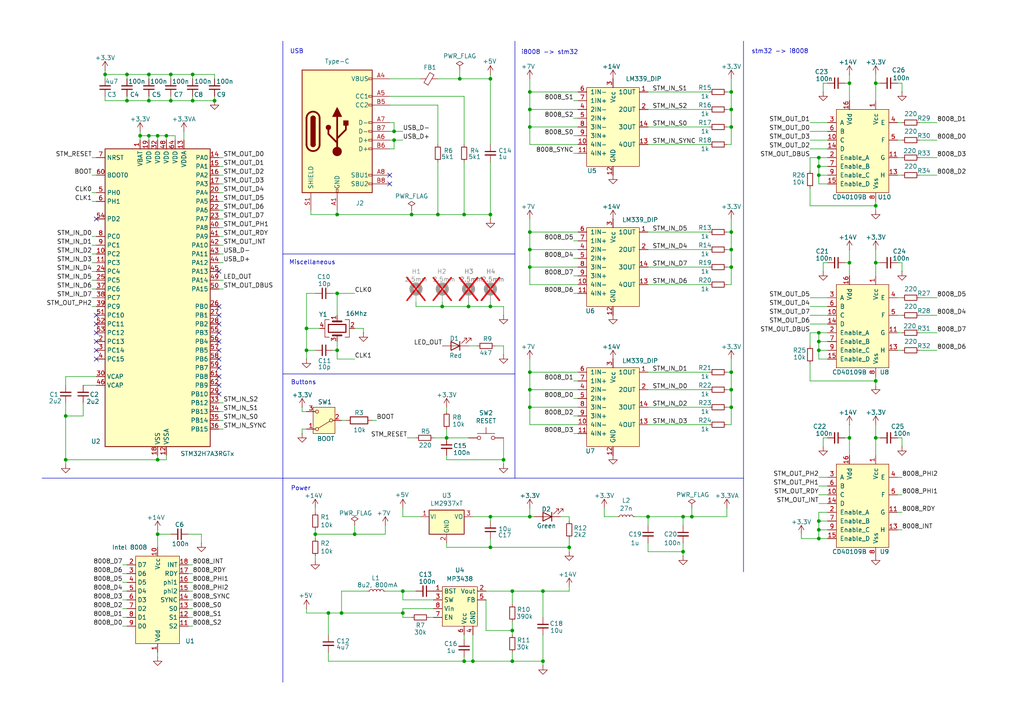
<source format=kicad_sch>
(kicad_sch (version 20231120) (generator "eeschema") (generator_version "8.0")
  (paper "A4")
  (title_block (title "Intel 8008 Single Board Computer") (date "2023-10-19") (company "Mark"))
  (junction (at 43.18 29.21))
  (junction (at 30.48 21.59))
  (junction (at 237.49 99.06))
  (junction (at 49.53 21.59))
  (junction (at 116.84 177.8))
  (junction (at 135.89 88.9))
  (junction (at 49.53 29.21))
  (junction (at 36.83 29.21))
  (junction (at 153.67 72.39))
  (junction (at 97.79 62.23))
  (junction (at 153.67 118.11))
  (junction (at 237.49 101.6))
  (junction (at 102.87 154.94))
  (junction (at 119.38 62.23))
  (junction (at 212.09 113.03))
  (junction (at 212.09 77.47))
  (junction (at 246.38 24.13))
  (junction (at 187.96 149.86))
  (junction (at 146.05 133.35))
  (junction (at 212.09 36.83))
  (junction (at 153.67 113.03))
  (junction (at 45.72 154.94))
  (junction (at 254 110.49))
  (junction (at 237.49 151.13))
  (junction (at 43.18 39.37))
  (junction (at 114.3 40.64))
  (junction (at 246.38 76.2))
  (junction (at 129.54 127))
  (junction (at 200.66 149.86))
  (junction (at 142.24 22.86))
  (junction (at 153.67 149.86))
  (junction (at 45.72 133.35))
  (junction (at 36.83 21.59))
  (junction (at 212.09 72.39))
  (junction (at 45.72 39.37))
  (junction (at 148.59 171.45))
  (junction (at 88.9 101.6))
  (junction (at 246.38 127))
  (junction (at 19.05 133.35))
  (junction (at 237.49 153.67))
  (junction (at 198.12 160.02))
  (junction (at 19.05 120.65))
  (junction (at 88.9 95.25))
  (junction (at 254 59.69))
  (junction (at 48.26 39.37))
  (junction (at 237.49 50.8))
  (junction (at 91.44 154.94))
  (junction (at 62.23 29.21))
  (junction (at 254 76.2))
  (junction (at 157.48 191.77))
  (junction (at 142.24 149.86))
  (junction (at 237.49 48.26))
  (junction (at 97.79 101.6))
  (junction (at 40.64 39.37))
  (junction (at 134.62 62.23))
  (junction (at 254 127))
  (junction (at 153.67 26.67))
  (junction (at 128.27 88.9))
  (junction (at 137.16 191.77))
  (junction (at 142.24 158.75))
  (junction (at 212.09 67.31))
  (junction (at 95.25 177.8))
  (junction (at 142.24 88.9))
  (junction (at 142.24 62.23))
  (junction (at 157.48 171.45))
  (junction (at 212.09 26.67))
  (junction (at 153.67 67.31))
  (junction (at 55.88 29.21))
  (junction (at 237.49 156.21))
  (junction (at 153.67 36.83))
  (junction (at 114.3 38.1))
  (junction (at 212.09 118.11))
  (junction (at 198.12 149.86))
  (junction (at 148.59 182.88))
  (junction (at 165.1 158.75))
  (junction (at 97.79 85.09))
  (junction (at 237.49 45.72))
  (junction (at 55.88 21.59))
  (junction (at 43.18 21.59))
  (junction (at 254 24.13))
  (junction (at 153.67 31.75))
  (junction (at 212.09 31.75))
  (junction (at 237.49 96.52))
  (junction (at 99.06 177.8))
  (junction (at 116.84 171.45))
  (junction (at 212.09 107.95))
  (junction (at 153.67 77.47))
  (junction (at 133.35 22.86))
  (junction (at 134.62 191.77))
  (junction (at 153.67 107.95))
  (junction (at 148.59 191.77))
  (junction (at 127 62.23))
  (no_connect (at 63.5 111.76))
  (no_connect (at 27.94 101.6))
  (no_connect (at 63.5 93.98))
  (no_connect (at 63.5 104.14))
  (no_connect (at 63.5 106.68))
  (no_connect (at 63.5 101.6))
  (no_connect (at 63.5 99.06))
  (no_connect (at 63.5 96.52))
  (no_connect (at 27.94 93.98))
  (no_connect (at 63.5 78.74))
  (no_connect (at 63.5 109.22))
  (no_connect (at 63.5 91.44))
  (no_connect (at 27.94 99.06))
  (no_connect (at 63.5 88.9))
  (no_connect (at 27.94 96.52))
  (no_connect (at 113.03 50.8))
  (no_connect (at 27.94 63.5))
  (no_connect (at 27.94 91.44))
  (no_connect (at 27.94 104.14))
  (no_connect (at 113.03 53.34))
  (no_connect (at 63.5 114.3))
  (wire (pts (xy 187.96 160.02) (xy 198.12 160.02)))
  (wire (pts (xy 237.49 48.26) (xy 240.03 48.26)))
  (wire (pts (xy 116.84 176.53) (xy 116.84 177.8)))
  (wire (pts (xy 102.87 95.25) (xy 105.41 95.25)))
  (wire (pts (xy 26.67 81.28) (xy 27.94 81.28)))
  (wire (pts (xy 153.67 113.03) (xy 167.64 113.03)))
  (wire (pts (xy 40.64 38.1) (xy 40.64 39.37)))
  (wire (pts (xy 212.09 26.67) (xy 212.09 22.86)))
  (wire (pts (xy 237.49 153.67) (xy 240.03 153.67)))
  (wire (pts (xy 49.53 21.59) (xy 49.53 22.86)))
  (wire (pts (xy 148.59 191.77) (xy 157.48 191.77)))
  (wire (pts (xy 64.77 53.34) (xy 63.5 53.34)))
  (wire (pts (xy 55.88 176.53) (xy 54.61 176.53)))
  (wire (pts (xy 254 60.96) (xy 254 59.69)))
  (wire (pts (xy 238.76 24.13) (xy 240.03 24.13)))
  (wire (pts (xy 237.49 45.72) (xy 240.03 45.72)))
  (wire (pts (xy 200.66 149.86) (xy 210.82 149.86)))
  (wire (pts (xy 146.05 127) (xy 146.05 133.35)))
  (wire (pts (xy 260.35 50.8) (xy 261.62 50.8)))
  (wire (pts (xy 95.25 177.8) (xy 99.06 177.8)))
  (wire (pts (xy 95.25 191.77) (xy 134.62 191.77)))
  (wire (pts (xy 129.54 132.08) (xy 129.54 133.35)))
  (wire (pts (xy 35.56 171.45) (xy 36.83 171.45)))
  (wire (pts (xy 237.49 48.26) (xy 237.49 50.8)))
  (wire (pts (xy 36.83 29.21) (xy 36.83 27.94)))
  (wire (pts (xy 162.56 149.86) (xy 165.1 149.86)))
  (wire (pts (xy 45.72 153.67) (xy 45.72 154.94)))
  (wire (pts (xy 212.09 113.03) (xy 212.09 107.95)))
  (wire (pts (xy 153.67 77.47) (xy 167.64 77.47)))
  (wire (pts (xy 266.7 45.72) (xy 271.78 45.72)))
  (wire (pts (xy 129.54 133.35) (xy 146.05 133.35)))
  (wire (pts (xy 261.62 24.13) (xy 260.35 24.13)))
  (wire (pts (xy 175.26 149.86) (xy 179.07 149.86)))
  (wire (pts (xy 55.88 29.21) (xy 62.23 29.21)))
  (wire (pts (xy 36.83 22.86) (xy 36.83 21.59)))
  (wire (pts (xy 240.03 146.05) (xy 237.49 146.05)))
  (wire (pts (xy 43.18 21.59) (xy 49.53 21.59)))
  (wire (pts (xy 238.76 127) (xy 240.03 127)))
  (wire (pts (xy 88.9 176.53) (xy 88.9 177.8)))
  (wire (pts (xy 234.95 43.18) (xy 240.03 43.18)))
  (wire (pts (xy 64.77 71.12) (xy 63.5 71.12)))
  (wire (pts (xy 166.37 39.37) (xy 167.64 39.37)))
  (wire (pts (xy 212.09 107.95) (xy 212.09 104.14)))
  (wire (pts (xy 58.42 154.94) (xy 58.42 157.48)))
  (wire (pts (xy 234.95 88.9) (xy 240.03 88.9)))
  (wire (pts (xy 165.1 158.75) (xy 165.1 156.21)))
  (wire (pts (xy 30.48 29.21) (xy 36.83 29.21)))
  (wire (pts (xy 128.27 88.9) (xy 135.89 88.9)))
  (wire (pts (xy 91.44 161.29) (xy 91.44 162.56)))
  (wire (pts (xy 234.95 35.56) (xy 240.03 35.56)))
  (wire (pts (xy 157.48 191.77) (xy 157.48 193.04)))
  (wire (pts (xy 48.26 39.37) (xy 45.72 39.37)))
  (wire (pts (xy 165.1 151.13) (xy 165.1 149.86)))
  (wire (pts (xy 237.49 99.06) (xy 240.03 99.06)))
  (wire (pts (xy 261.62 153.67) (xy 260.35 153.67)))
  (wire (pts (xy 40.64 39.37) (xy 40.64 40.64)))
  (wire (pts (xy 127 46.99) (xy 127 62.23)))
  (wire (pts (xy 266.7 50.8) (xy 271.78 50.8)))
  (wire (pts (xy 119.38 62.23) (xy 127 62.23)))
  (wire (pts (xy 142.24 158.75) (xy 165.1 158.75)))
  (wire (pts (xy 237.49 101.6) (xy 240.03 101.6)))
  (wire (pts (xy 187.96 77.47) (xy 205.74 77.47)))
  (wire (pts (xy 238.76 26.67) (xy 238.76 24.13)))
  (wire (pts (xy 116.84 179.07) (xy 119.38 179.07)))
  (wire (pts (xy 24.13 116.84) (xy 24.13 120.65)))
  (wire (pts (xy 26.67 68.58) (xy 27.94 68.58)))
  (wire (pts (xy 187.96 118.11) (xy 205.74 118.11)))
  (wire (pts (xy 266.7 101.6) (xy 271.78 101.6)))
  (wire (pts (xy 26.67 73.66) (xy 27.94 73.66)))
  (wire (pts (xy 187.96 149.86) (xy 187.96 152.4)))
  (wire (pts (xy 166.37 120.65) (xy 167.64 120.65)))
  (wire (pts (xy 140.97 173.99) (xy 140.97 182.88)))
  (wire (pts (xy 30.48 21.59) (xy 36.83 21.59)))
  (wire (pts (xy 146.05 88.9) (xy 146.05 91.44)))
  (wire (pts (xy 234.95 40.64) (xy 240.03 40.64)))
  (polyline (pts (xy 82.042 138.684) (xy 149.352 138.684)))
  (wire (pts (xy 153.67 113.03) (xy 153.67 118.11)))
  (wire (pts (xy 254 110.49) (xy 254 109.22)))
  (wire (pts (xy 234.95 45.72) (xy 237.49 45.72)))
  (wire (pts (xy 88.9 101.6) (xy 88.9 104.14)))
  (wire (pts (xy 87.63 119.38) (xy 88.9 119.38)))
  (wire (pts (xy 127 22.86) (xy 133.35 22.86)))
  (wire (pts (xy 114.3 35.56) (xy 114.3 38.1)))
  (wire (pts (xy 254 21.59) (xy 254 24.13)))
  (wire (pts (xy 95.25 177.8) (xy 95.25 184.15)))
  (wire (pts (xy 26.67 50.8) (xy 27.94 50.8)))
  (wire (pts (xy 113.03 30.48) (xy 127 30.48)))
  (wire (pts (xy 157.48 171.45) (xy 165.1 171.45)))
  (wire (pts (xy 129.54 157.48) (xy 129.54 158.75)))
  (wire (pts (xy 232.41 156.21) (xy 237.49 156.21)))
  (wire (pts (xy 19.05 134.62) (xy 19.05 133.35)))
  (wire (pts (xy 116.84 147.32) (xy 116.84 149.86)))
  (wire (pts (xy 134.62 27.94) (xy 134.62 41.91)))
  (wire (pts (xy 237.49 96.52) (xy 237.49 99.06)))
  (wire (pts (xy 87.63 119.38) (xy 87.63 118.11)))
  (wire (pts (xy 245.11 24.13) (xy 246.38 24.13)))
  (wire (pts (xy 64.77 83.82) (xy 63.5 83.82)))
  (wire (pts (xy 261.62 148.59) (xy 260.35 148.59)))
  (wire (pts (xy 234.95 96.52) (xy 234.95 100.33)))
  (wire (pts (xy 234.95 93.98) (xy 240.03 93.98)))
  (wire (pts (xy 97.79 85.09) (xy 97.79 91.44)))
  (wire (pts (xy 48.26 133.35) (xy 45.72 133.35)))
  (wire (pts (xy 146.05 134.62) (xy 146.05 133.35)))
  (wire (pts (xy 43.18 29.21) (xy 49.53 29.21)))
  (wire (pts (xy 55.88 166.37) (xy 54.61 166.37)))
  (wire (pts (xy 64.77 119.38) (xy 63.5 119.38)))
  (wire (pts (xy 102.87 154.94) (xy 111.76 154.94)))
  (polyline (pts (xy 82.042 108.458) (xy 149.352 108.458)))
  (wire (pts (xy 165.1 160.02) (xy 165.1 158.75)))
  (wire (pts (xy 153.67 26.67) (xy 153.67 31.75)))
  (wire (pts (xy 36.83 29.21) (xy 43.18 29.21)))
  (wire (pts (xy 64.77 45.72) (xy 63.5 45.72)))
  (wire (pts (xy 148.59 180.34) (xy 148.59 182.88)))
  (wire (pts (xy 153.67 26.67) (xy 167.64 26.67)))
  (wire (pts (xy 90.17 62.23) (xy 97.79 62.23)))
  (wire (pts (xy 43.18 39.37) (xy 40.64 39.37)))
  (wire (pts (xy 120.65 88.9) (xy 128.27 88.9)))
  (wire (pts (xy 55.88 163.83) (xy 54.61 163.83)))
  (wire (pts (xy 64.77 66.04) (xy 63.5 66.04)))
  (wire (pts (xy 148.59 171.45) (xy 157.48 171.45)))
  (wire (pts (xy 114.3 38.1) (xy 116.84 38.1)))
  (wire (pts (xy 237.49 101.6) (xy 237.49 104.14)))
  (wire (pts (xy 198.12 160.02) (xy 198.12 157.48)))
  (wire (pts (xy 97.79 99.06) (xy 97.79 101.6)))
  (wire (pts (xy 187.96 67.31) (xy 205.74 67.31)))
  (wire (pts (xy 260.35 40.64) (xy 261.62 40.64)))
  (wire (pts (xy 35.56 163.83) (xy 36.83 163.83)))
  (wire (pts (xy 64.77 55.88) (xy 63.5 55.88)))
  (wire (pts (xy 254 76.2) (xy 254 80.01)))
  (wire (pts (xy 102.87 154.94) (xy 102.87 152.4)))
  (wire (pts (xy 232.41 154.94) (xy 232.41 156.21)))
  (wire (pts (xy 95.25 189.23) (xy 95.25 191.77)))
  (wire (pts (xy 254 29.21) (xy 254 24.13)))
  (wire (pts (xy 135.89 100.33) (xy 138.43 100.33)))
  (wire (pts (xy 237.49 104.14) (xy 240.03 104.14)))
  (wire (pts (xy 87.63 125.73) (xy 87.63 124.46)))
  (wire (pts (xy 97.79 85.09) (xy 102.87 85.09)))
  (wire (pts (xy 212.09 123.19) (xy 212.09 118.11)))
  (wire (pts (xy 64.77 81.28) (xy 63.5 81.28)))
  (wire (pts (xy 54.61 173.99) (xy 55.88 173.99)))
  (wire (pts (xy 234.95 38.1) (xy 240.03 38.1)))
  (wire (pts (xy 166.37 44.45) (xy 167.64 44.45)))
  (wire (pts (xy 127 30.48) (xy 127 41.91)))
  (wire (pts (xy 113.03 35.56) (xy 114.3 35.56)))
  (wire (pts (xy 91.44 154.94) (xy 91.44 156.21)))
  (wire (pts (xy 210.82 36.83) (xy 212.09 36.83)))
  (wire (pts (xy 234.95 54.61) (xy 234.95 59.69)))
  (wire (pts (xy 48.26 132.08) (xy 48.26 133.35)))
  (wire (pts (xy 212.09 67.31) (xy 212.09 63.5)))
  (wire (pts (xy 55.88 168.91) (xy 54.61 168.91)))
  (wire (pts (xy 238.76 76.2) (xy 238.76 78.74)))
  (wire (pts (xy 261.62 129.54) (xy 261.62 127)))
  (wire (pts (xy 148.59 182.88) (xy 148.59 184.15)))
  (wire (pts (xy 55.88 21.59) (xy 62.23 21.59)))
  (wire (pts (xy 210.82 82.55) (xy 212.09 82.55)))
  (wire (pts (xy 64.77 121.92) (xy 63.5 121.92)))
  (wire (pts (xy 109.22 121.92) (xy 107.95 121.92)))
  (wire (pts (xy 140.97 171.45) (xy 148.59 171.45)))
  (wire (pts (xy 111.76 171.45) (xy 116.84 171.45)))
  (wire (pts (xy 116.84 173.99) (xy 125.73 173.99)))
  (wire (pts (xy 153.67 36.83) (xy 153.67 41.91)))
  (wire (pts (xy 246.38 72.39) (xy 246.38 76.2)))
  (wire (pts (xy 237.49 156.21) (xy 237.49 153.67)))
  (wire (pts (xy 187.96 41.91) (xy 205.74 41.91)))
  (wire (pts (xy 124.46 179.07) (xy 125.73 179.07)))
  (wire (pts (xy 116.84 179.07) (xy 116.84 177.8)))
  (wire (pts (xy 237.49 148.59) (xy 240.03 148.59)))
  (wire (pts (xy 133.35 20.32) (xy 133.35 22.86)))
  (wire (pts (xy 24.13 120.65) (xy 19.05 120.65)))
  (wire (pts (xy 88.9 95.25) (xy 92.71 95.25)))
  (wire (pts (xy 153.67 82.55) (xy 167.64 82.55)))
  (wire (pts (xy 187.96 157.48) (xy 187.96 160.02)))
  (wire (pts (xy 55.88 21.59) (xy 55.88 22.86)))
  (wire (pts (xy 260.35 35.56) (xy 261.62 35.56)))
  (wire (pts (xy 237.49 96.52) (xy 240.03 96.52)))
  (wire (pts (xy 234.95 105.41) (xy 234.95 110.49)))
  (wire (pts (xy 234.95 91.44) (xy 240.03 91.44)))
  (wire (pts (xy 261.62 24.13) (xy 261.62 26.67)))
  (wire (pts (xy 26.67 45.72) (xy 27.94 45.72)))
  (wire (pts (xy 210.82 107.95) (xy 212.09 107.95)))
  (wire (pts (xy 113.03 40.64) (xy 114.3 40.64)))
  (wire (pts (xy 137.16 149.86) (xy 142.24 149.86)))
  (wire (pts (xy 26.67 58.42) (xy 27.94 58.42)))
  (wire (pts (xy 129.54 158.75) (xy 142.24 158.75)))
  (wire (pts (xy 210.82 149.86) (xy 210.82 147.32)))
  (wire (pts (xy 49.53 29.21) (xy 49.53 27.94)))
  (wire (pts (xy 266.7 40.64) (xy 271.78 40.64)))
  (wire (pts (xy 129.54 124.46) (xy 129.54 127)))
  (wire (pts (xy 99.06 177.8) (xy 116.84 177.8)))
  (wire (pts (xy 166.37 80.01) (xy 167.64 80.01)))
  (wire (pts (xy 187.96 72.39) (xy 205.74 72.39)))
  (wire (pts (xy 35.56 173.99) (xy 36.83 173.99)))
  (wire (pts (xy 26.67 55.88) (xy 27.94 55.88)))
  (wire (pts (xy 212.09 82.55) (xy 212.09 77.47)))
  (wire (pts (xy 153.67 149.86) (xy 154.94 149.86)))
  (wire (pts (xy 237.49 148.59) (xy 237.49 151.13)))
  (polyline (pts (xy 149.352 11.938) (xy 149.352 138.684)))
  (wire (pts (xy 157.48 184.15) (xy 157.48 191.77)))
  (wire (pts (xy 45.72 39.37) (xy 45.72 40.64)))
  (wire (pts (xy 198.12 161.29) (xy 198.12 160.02)))
  (wire (pts (xy 142.24 62.23) (xy 134.62 62.23)))
  (wire (pts (xy 166.37 125.73) (xy 167.64 125.73)))
  (wire (pts (xy 260.35 96.52) (xy 261.62 96.52)))
  (wire (pts (xy 237.49 53.34) (xy 240.03 53.34)))
  (wire (pts (xy 187.96 113.03) (xy 205.74 113.03)))
  (wire (pts (xy 91.44 154.94) (xy 102.87 154.94)))
  (wire (pts (xy 166.37 110.49) (xy 167.64 110.49)))
  (wire (pts (xy 19.05 109.22) (xy 27.94 109.22)))
  (wire (pts (xy 210.82 77.47) (xy 212.09 77.47)))
  (wire (pts (xy 237.49 45.72) (xy 237.49 48.26)))
  (wire (pts (xy 187.96 36.83) (xy 205.74 36.83)))
  (wire (pts (xy 64.77 76.2) (xy 63.5 76.2)))
  (wire (pts (xy 166.37 115.57) (xy 167.64 115.57)))
  (wire (pts (xy 113.03 43.18) (xy 114.3 43.18)))
  (wire (pts (xy 88.9 95.25) (xy 88.9 85.09)))
  (wire (pts (xy 184.15 149.86) (xy 187.96 149.86)))
  (wire (pts (xy 45.72 154.94) (xy 49.53 154.94)))
  (wire (pts (xy 43.18 39.37) (xy 43.18 40.64)))
  (wire (pts (xy 26.67 83.82) (xy 27.94 83.82)))
  (wire (pts (xy 113.03 22.86) (xy 121.92 22.86)))
  (wire (pts (xy 113.03 27.94) (xy 134.62 27.94)))
  (wire (pts (xy 187.96 26.67) (xy 205.74 26.67)))
  (wire (pts (xy 55.88 29.21) (xy 55.88 27.94)))
  (wire (pts (xy 55.88 181.61) (xy 54.61 181.61)))
  (wire (pts (xy 142.24 87.63) (xy 142.24 88.9)))
  (wire (pts (xy 245.11 76.2) (xy 246.38 76.2)))
  (wire (pts (xy 254 76.2) (xy 254 72.39)))
  (wire (pts (xy 153.67 67.31) (xy 167.64 67.31)))
  (wire (pts (xy 142.24 156.21) (xy 142.24 158.75)))
  (wire (pts (xy 97.79 101.6) (xy 97.79 104.14)))
  (polyline (pts (xy 215.646 11.938) (xy 215.646 165.862)))
  (wire (pts (xy 234.95 45.72) (xy 234.95 49.53)))
  (wire (pts (xy 111.76 154.94) (xy 111.76 152.4)))
  (wire (pts (xy 153.67 72.39) (xy 153.67 77.47)))
  (wire (pts (xy 45.72 189.23) (xy 45.72 190.5)))
  (wire (pts (xy 55.88 171.45) (xy 54.61 171.45)))
  (wire (pts (xy 246.38 127) (xy 245.11 127)))
  (wire (pts (xy 240.03 140.97) (xy 237.49 140.97)))
  (wire (pts (xy 19.05 120.65) (xy 19.05 116.84)))
  (wire (pts (xy 153.67 147.32) (xy 153.67 149.86)))
  (wire (pts (xy 53.34 38.1) (xy 53.34 40.64)))
  (wire (pts (xy 88.9 95.25) (xy 88.9 101.6)))
  (wire (pts (xy 62.23 22.86) (xy 62.23 21.59)))
  (wire (pts (xy 26.67 86.36) (xy 27.94 86.36)))
  (wire (pts (xy 30.48 22.86) (xy 30.48 21.59)))
  (wire (pts (xy 54.61 154.94) (xy 58.42 154.94)))
  (wire (pts (xy 45.72 154.94) (xy 45.72 158.75)))
  (wire (pts (xy 166.37 69.85) (xy 167.64 69.85)))
  (wire (pts (xy 116.84 149.86) (xy 121.92 149.86)))
  (wire (pts (xy 212.09 118.11) (xy 212.09 113.03)))
  (wire (pts (xy 153.67 67.31) (xy 153.67 72.39)))
  (wire (pts (xy 210.82 31.75) (xy 212.09 31.75)))
  (wire (pts (xy 260.35 91.44) (xy 261.62 91.44)))
  (wire (pts (xy 90.17 60.96) (xy 90.17 62.23)))
  (wire (pts (xy 237.49 50.8) (xy 237.49 53.34)))
  (wire (pts (xy 175.26 147.32) (xy 175.26 149.86)))
  (wire (pts (xy 166.37 29.21) (xy 167.64 29.21)))
  (wire (pts (xy 142.24 46.99) (xy 142.24 62.23)))
  (wire (pts (xy 157.48 171.45) (xy 157.48 179.07)))
  (wire (pts (xy 153.67 31.75) (xy 167.64 31.75)))
  (wire (pts (xy 210.82 123.19) (xy 212.09 123.19)))
  (wire (pts (xy 64.77 116.84) (xy 63.5 116.84)))
  (wire (pts (xy 260.35 138.43) (xy 261.62 138.43)))
  (wire (pts (xy 234.95 86.36) (xy 240.03 86.36)))
  (wire (pts (xy 135.89 88.9) (xy 142.24 88.9)))
  (wire (pts (xy 254 127) (xy 255.27 127)))
  (wire (pts (xy 142.24 22.86) (xy 142.24 21.59)))
  (wire (pts (xy 198.12 149.86) (xy 200.66 149.86)))
  (wire (pts (xy 45.72 39.37) (xy 43.18 39.37)))
  (wire (pts (xy 116.84 171.45) (xy 120.65 171.45)))
  (wire (pts (xy 113.03 38.1) (xy 114.3 38.1)))
  (wire (pts (xy 127 62.23) (xy 134.62 62.23)))
  (wire (pts (xy 35.56 176.53) (xy 36.83 176.53)))
  (wire (pts (xy 237.49 151.13) (xy 240.03 151.13)))
  (wire (pts (xy 254 127) (xy 254 132.08)))
  (wire (pts (xy 45.72 133.35) (xy 19.05 133.35)))
  (wire (pts (xy 116.84 176.53) (xy 125.73 176.53)))
  (wire (pts (xy 64.77 124.46) (xy 63.5 124.46)))
  (wire (pts (xy 246.38 132.08) (xy 246.38 127)))
  (wire (pts (xy 237.49 50.8) (xy 240.03 50.8)))
  (wire (pts (xy 148.59 171.45) (xy 148.59 175.26)))
  (wire (pts (xy 153.67 107.95) (xy 153.67 113.03)))
  (wire (pts (xy 210.82 67.31) (xy 212.09 67.31)))
  (wire (pts (xy 64.77 68.58) (xy 63.5 68.58)))
  (wire (pts (xy 97.79 104.14) (xy 102.87 104.14)))
  (wire (pts (xy 30.48 27.94) (xy 30.48 29.21)))
  (wire (pts (xy 246.38 76.2) (xy 246.38 80.01)))
  (wire (pts (xy 35.56 179.07) (xy 36.83 179.07)))
  (wire (pts (xy 153.67 77.47) (xy 153.67 82.55)))
  (wire (pts (xy 49.53 21.59) (xy 55.88 21.59)))
  (wire (pts (xy 153.67 63.5) (xy 153.67 67.31)))
  (wire (pts (xy 266.7 91.44) (xy 271.78 91.44)))
  (wire (pts (xy 43.18 21.59) (xy 43.18 22.86)))
  (wire (pts (xy 153.67 72.39) (xy 167.64 72.39)))
  (wire (pts (xy 187.96 107.95) (xy 205.74 107.95)))
  (polyline (pts (xy 82.042 73.66) (xy 149.352 73.66)))
  (wire (pts (xy 30.48 20.32) (xy 30.48 21.59)))
  (wire (pts (xy 261.62 127) (xy 260.35 127)))
  (wire (pts (xy 142.24 62.23) (xy 142.24 63.5)))
  (wire (pts (xy 91.44 85.09) (xy 88.9 85.09)))
  (wire (pts (xy 137.16 184.15) (xy 137.16 191.77)))
  (wire (pts (xy 19.05 133.35) (xy 19.05 120.65)))
  (wire (pts (xy 153.67 104.14) (xy 153.67 107.95)))
  (wire (pts (xy 49.53 29.21) (xy 55.88 29.21)))
  (wire (pts (xy 99.06 171.45) (xy 99.06 177.8)))
  (wire (pts (xy 62.23 29.21) (xy 62.23 27.94)))
  (wire (pts (xy 26.67 76.2) (xy 27.94 76.2)))
  (wire (pts (xy 43.18 29.21) (xy 43.18 27.94)))
  (wire (pts (xy 234.95 96.52) (xy 237.49 96.52)))
  (wire (pts (xy 266.7 96.52) (xy 271.78 96.52)))
  (wire (pts (xy 96.52 101.6) (xy 97.79 101.6)))
  (wire (pts (xy 266.7 86.36) (xy 271.78 86.36)))
  (wire (pts (xy 97.79 85.09) (xy 96.52 85.09)))
  (wire (pts (xy 97.79 62.23) (xy 119.38 62.23)))
  (wire (pts (xy 134.62 185.42) (xy 134.62 184.15)))
  (wire (pts (xy 50.8 39.37) (xy 48.26 39.37)))
  (wire (pts (xy 254 24.13) (xy 255.27 24.13)))
  (wire (pts (xy 187.96 31.75) (xy 205.74 31.75)))
  (wire (pts (xy 166.37 74.93) (xy 167.64 74.93)))
  (wire (pts (xy 146.05 100.33) (xy 143.51 100.33)))
  (wire (pts (xy 129.54 118.11) (xy 129.54 119.38)))
  (wire (pts (xy 134.62 46.99) (xy 134.62 62.23)))
  (wire (pts (xy 153.67 31.75) (xy 153.67 36.83)))
  (wire (pts (xy 129.54 127) (xy 135.89 127)))
  (wire (pts (xy 128.27 87.63) (xy 128.27 88.9)))
  (wire (pts (xy 54.61 179.07) (xy 55.88 179.07)))
  (wire (pts (xy 187.96 149.86) (xy 198.12 149.86)))
  (wire (pts (xy 97.79 60.96) (xy 97.79 62.23)))
  (wire (pts (xy 91.44 147.32) (xy 91.44 148.59)))
  (wire (pts (xy 116.84 171.45) (xy 116.84 173.99)))
  (wire (pts (xy 142.24 41.91) (xy 142.24 22.86)))
  (wire (pts (xy 26.67 88.9) (xy 27.94 88.9)))
  (wire (pts (xy 260.35 101.6) (xy 261.62 101.6)))
  (wire (pts (xy 187.96 123.19) (xy 205.74 123.19)))
  (wire (pts (xy 238.76 127) (xy 238.76 129.54)))
  (wire (pts (xy 134.62 191.77) (xy 137.16 191.77)))
  (wire (pts (xy 254 76.2) (xy 255.27 76.2)))
  (wire (pts (xy 237.49 151.13) (xy 237.49 153.67)))
  (wire (pts (xy 153.67 123.19) (xy 167.64 123.19)))
  (wire (pts (xy 99.06 171.45) (xy 106.68 171.45)))
  (wire (pts (xy 35.56 181.61) (xy 36.83 181.61)))
  (wire (pts (xy 36.83 21.59) (xy 43.18 21.59)))
  (wire (pts (xy 87.63 124.46) (xy 88.9 124.46)))
  (wire (pts (xy 135.89 87.63) (xy 135.89 88.9)))
  (wire (pts (xy 200.66 147.32) (xy 200.66 149.86)))
  (wire (pts (xy 50.8 40.64) (xy 50.8 39.37)))
  (wire (pts (xy 260.35 45.72) (xy 261.62 45.72)))
  (wire (pts (xy 234.95 59.69) (xy 254 59.69)))
  (wire (pts (xy 210.82 113.03) (xy 212.09 113.03)))
  (wire (pts (xy 246.38 21.59) (xy 246.38 24.13)))
  (wire (pts (xy 120.65 87.63) (xy 120.65 88.9)))
  (wire (pts (xy 64.77 48.26) (xy 63.5 48.26)))
  (wire (pts (xy 64.77 50.8) (xy 63.5 50.8)))
  (wire (pts (xy 254 123.19) (xy 254 127)))
  (wire (pts (xy 254 59.69) (xy 254 58.42)))
  (wire (pts (xy 26.67 78.74) (xy 27.94 78.74)))
  (wire (pts (xy 254 111.76) (xy 254 110.49)))
  (wire (pts (xy 153.67 118.11) (xy 167.64 118.11)))
  (wire (pts (xy 146.05 100.33) (xy 146.05 102.87)))
  (wire (pts (xy 91.44 153.67) (xy 91.44 154.94)))
  (wire (pts (xy 64.77 73.66) (xy 63.5 73.66)))
  (wire (pts (xy 99.06 121.92) (xy 100.33 121.92)))
  (wire (pts (xy 153.67 41.91) (xy 167.64 41.91)))
  (wire (pts (xy 237.49 156.21) (xy 240.03 156.21)))
  (wire (pts (xy 133.35 22.86) (xy 142.24 22.86)))
  (wire (pts (xy 165.1 170.18) (xy 165.1 171.45)))
  (wire (pts (xy 153.67 118.11) (xy 153.67 123.19)))
  (wire (pts (xy 246.38 123.19) (xy 246.38 127)))
  (wire (pts (xy 48.26 39.37) (xy 48.26 40.64)))
  (wire (pts (xy 212.09 36.83) (xy 212.09 31.75)))
  (wire (pts (xy 105.41 95.25) (xy 105.41 96.52)))
  (wire (pts (xy 198.12 149.86) (xy 198.12 152.4)))
  (wire (pts (xy 212.09 41.91) (xy 212.09 36.83)))
  (polyline (pts (xy 149.352 138.684) (xy 215.646 138.684)))
  (wire (pts (xy 153.67 107.95) (xy 167.64 107.95)))
  (wire (pts (xy 114.3 40.64) (xy 116.84 40.64)))
  (wire (pts (xy 148.59 189.23) (xy 148.59 191.77)))
  (wire (pts (xy 119.38 60.96) (xy 119.38 62.23)))
  (wire (pts (xy 88.9 177.8) (xy 95.25 177.8)))
  (wire (pts (xy 26.67 71.12) (xy 27.94 71.12)))
  (wire (pts (xy 64.77 63.5) (xy 63.5 63.5)))
  (wire (pts (xy 64.77 58.42) (xy 63.5 58.42)))
  (wire (pts (xy 240.03 76.2) (xy 238.76 76.2)))
  (wire (pts (xy 35.56 166.37) (xy 36.83 166.37)))
  (wire (pts (xy 212.09 31.75) (xy 212.09 26.67)))
  (wire (pts (xy 166.37 85.09) (xy 167.64 85.09)))
  (wire (pts (xy 210.82 118.11) (xy 212.09 118.11)))
  (wire (pts (xy 153.67 22.86) (xy 153.67 26.67)))
  (wire (pts (xy 134.62 190.5) (xy 134.62 191.77)))
  (wire (pts (xy 118.11 127) (xy 120.65 127)))
  (wire (pts (xy 153.67 36.83) (xy 167.64 36.83)))
  (wire (pts (xy 114.3 43.18) (xy 114.3 40.64)))
  (wire (pts (xy 142.24 88.9) (xy 146.05 88.9)))
  (wire (pts (xy 88.9 101.6) (xy 91.44 101.6)))
  (wire (pts (xy 19.05 111.76) (xy 19.05 109.22)))
  (wire (pts (xy 24.13 111.76) (xy 27.94 111.76)))
  (wire (pts (xy 137.16 191.77) (xy 148.59 191.77)))
  (wire (pts (xy 261.62 76.2) (xy 260.35 76.2)))
  (wire (pts (xy 261.62 143.51) (xy 260.35 143.51)))
  (wire (pts (xy 140.97 182.88) (xy 148.59 182.88)))
  (wire (pts (xy 210.82 72.39) (xy 212.09 72.39)))
  (wire (pts (xy 234.95 110.49) (xy 254 110.49)))
  (wire (pts (xy 142.24 151.13) (xy 142.24 149.86)))
  (wire (pts (xy 260.35 86.36) (xy 261.62 86.36)))
  (polyline (pts (xy 82.042 11.938) (xy 82.042 197.866)))
  (wire (pts (xy 261.62 76.2) (xy 261.62 78.74)))
  (wire (pts (xy 45.72 132.08) (xy 45.72 133.35)))
  (polyline (pts (xy 12.192 138.684) (xy 82.042 138.684)))
  (wire (pts (xy 212.09 72.39) (xy 212.09 67.31)))
  (wire (pts (xy 142.24 149.86) (xy 153.67 149.86)))
  (wire (pts (xy 237.49 99.06) (xy 237.49 101.6)))
  (wire (pts (xy 166.37 34.29) (xy 167.64 34.29)))
  (wire (pts (xy 240.03 138.43) (xy 237.49 138.43)))
  (wire (pts (xy 35.56 168.91) (xy 36.83 168.91)))
  (wire (pts (xy 210.82 26.67) (xy 212.09 26.67)))
  (wire (pts (xy 210.82 41.91) (xy 212.09 41.91)))
  (wire (pts (xy 240.03 143.51) (xy 237.49 143.51)))
  (wire (pts (xy 187.96 82.55) (xy 205.74 82.55)))
  (wire (pts (xy 266.7 35.56) (xy 271.78 35.56)))
  (wire (pts (xy 129.54 127) (xy 125.73 127)))
  (wire (pts (xy 64.77 60.96) (xy 63.5 60.96)))
  (wire (pts (xy 212.09 77.47) (xy 212.09 72.39)))
  (wire (pts (xy 246.38 24.13) (xy 246.38 29.21)))
  (text "Buttons" (at 84.328 111.76 0) (effects (font (size 1.27 1.27)) (justify left bottom)))
  (text "i8008 -> stm32" (at 151.13 16.002 0) (effects (font (size 1.27 1.27)) (justify left bottom)))
  (text "USB" (at 84.074 15.748 0) (effects (font (size 1.27 1.27)) (justify left bottom)))
  (text "Power" (at 84.328 142.494 0) (effects (font (size 1.27 1.27)) (justify left bottom)))
  (text "stm32 -> i8008" (at 217.932 15.748 0) (effects (font (size 1.27 1.27)) (justify left bottom)))
  (text "Miscellaneous" (at 83.82 76.962 0) (effects (font (size 1.27 1.27)) (justify left bottom)))
  (label "8008_RDY" (at 55.88 166.37 0))
  (label "8008_D7" (at 166.37 80.01 180))
  (label "STM_OUT_D0" (at 64.77 45.72 0))
  (label "STM_IN_D3" (at 189.23 123.19 0))
  (label "8008_D0" (at 35.56 181.61 180))
  (label "8008_D6" (at 271.78 101.6 0))
  (label "8008_PHI1" (at 261.62 143.51 0))
  (label "STM_IN_D5" (at 189.23 67.31 0))
  (label "STM_OUT_D3" (at 64.77 53.34 0))
  (label "STM_OUT_D5" (at 234.95 86.36 180))
  (label "8008_D2" (at 271.78 50.8 0))
  (label "STM_OUT_RDY" (at 64.77 68.58 0))
  (label "LED_OUT" (at 128.27 100.33 180))
  (label "LED_OUT" (at 64.77 81.28 0))
  (label "STM_IN_D6" (at 26.67 83.82 180))
  (label "STM_IN_D4" (at 26.67 78.74 180))
  (label "BOOT" (at 109.22 121.92 0))
  (label "STM_IN_D2" (at 26.67 73.66 180))
  (label "STM_OUT_DBUS" (at 234.95 96.52 180))
  (label "STM_OUT_D0" (at 234.95 38.1 180))
  (label "CLK0" (at 102.87 85.09 0))
  (label "8008_S1" (at 166.37 29.21 180))
  (label "STM_OUT_D6" (at 234.95 93.98 180))
  (label "STM_OUT_RDY" (at 237.49 143.51 180))
  (label "STM_IN_D7" (at 26.67 86.36 180))
  (label "8008_D5" (at 271.78 86.36 0))
  (label "8008_SYNC" (at 166.37 44.45 180))
  (label "USB_D+" (at 64.77 76.2 0))
  (label "CLK1" (at 102.87 104.14 0))
  (label "STM_OUT_PH1" (at 237.49 140.97 180))
  (label "8008_D7" (at 271.78 96.52 0))
  (label "STM_IN_D0" (at 189.23 113.03 0))
  (label "8008_D2" (at 166.37 120.65 180))
  (label "STM_OUT_PH2" (at 237.49 138.43 180))
  (label "STM_OUT_D6" (at 64.77 60.96 0))
  (label "STM_OUT_INT" (at 237.49 146.05 180))
  (label "STM_IN_SYNC" (at 189.23 41.91 0))
  (label "8008_PHI2" (at 261.62 138.43 0))
  (label "USB_D+" (at 116.84 40.64 0))
  (label "8008_D3" (at 35.56 173.99 180))
  (label "STM_IN_S0" (at 189.23 36.83 0))
  (label "STM_IN_D4" (at 189.23 72.39 0))
  (label "STM_IN_D3" (at 26.67 76.2 180))
  (label "STM_RESET" (at 118.11 127 180))
  (label "STM_IN_S1" (at 64.77 119.38 0))
  (label "STM_OUT_PH2" (at 26.67 88.9 180))
  (label "BOOT" (at 26.67 50.8 180))
  (label "8008_SYNC" (at 55.88 173.99 0))
  (label "STM_RESET" (at 26.67 45.72 180))
  (label "STM_IN_S2" (at 189.23 31.75 0))
  (label "STM_IN_D1" (at 189.23 107.95 0))
  (label "STM_OUT_D2" (at 64.77 50.8 0))
  (label "8008_D4" (at 271.78 91.44 0))
  (label "STM_IN_D0" (at 26.67 68.58 180))
  (label "8008_PHI2" (at 55.88 171.45 0))
  (label "8008_S2" (at 166.37 34.29 180))
  (label "STM_IN_D1" (at 26.67 71.12 180))
  (label "8008_D4" (at 166.37 74.93 180))
  (label "8008_S2" (at 55.88 181.61 0))
  (label "STM_OUT_INT" (at 64.77 71.12 0))
  (label "STM_IN_S0" (at 64.77 121.92 0))
  (label "STM_IN_S1" (at 189.23 26.67 0))
  (label "STM_IN_D5" (at 26.67 81.28 180))
  (label "8008_INT" (at 55.88 163.83 0))
  (label "8008_D6" (at 166.37 85.09 180))
  (label "8008_PHI1" (at 55.88 168.91 0))
  (label "8008_D1" (at 271.78 35.56 0))
  (label "8008_S1" (at 55.88 179.07 0))
  (label "STM_OUT_D7" (at 64.77 63.5 0))
  (label "STM_OUT_DBUS" (at 234.95 45.72 180))
  (label "STM_OUT_D4" (at 64.77 55.88 0))
  (label "STM_IN_D7" (at 189.23 77.47 0))
  (label "STM_IN_D6" (at 189.23 82.55 0))
  (label "STM_OUT_DBUS" (at 64.77 83.82 0))
  (label "STM_OUT_D3" (at 234.95 40.64 180))
  (label "8008_D6" (at 35.56 166.37 180))
  (label "8008_D3" (at 166.37 125.73 180))
  (label "8008_D4" (at 35.56 171.45 180))
  (label "8008_D0" (at 271.78 40.64 0))
  (label "8008_D7" (at 35.56 163.83 180))
  (label "8008_S0" (at 166.37 39.37 180))
  (label "8008_RDY" (at 261.62 148.59 0))
  (label "STM_OUT_D1" (at 64.77 48.26 0))
  (label "CLK1" (at 26.67 58.42 180))
  (label "STM_OUT_D4" (at 234.95 88.9 180))
  (label "STM_OUT_D5" (at 64.77 58.42 0))
  (label "8008_D5" (at 35.56 168.91 180))
  (label "8008_D1" (at 35.56 179.07 180))
  (label "STM_OUT_D7" (at 234.95 91.44 180))
  (label "STM_IN_S2" (at 64.77 116.84 0))
  (label "8008_D1" (at 166.37 110.49 180))
  (label "STM_IN_SYNC" (at 64.77 124.46 0))
  (label "USB_D-" (at 64.77 73.66 0))
  (label "STM_OUT_D1" (at 234.95 35.56 180))
  (label "8008_D2" (at 35.56 176.53 180))
  (label "CLK0" (at 26.67 55.88 180))
  (label "8008_INT" (at 261.62 153.67 0))
  (label "USB_D-" (at 116.84 38.1 0))
  (label "8008_D3" (at 271.78 45.72 0))
  (label "8008_D0" (at 166.37 115.57 180))
  (label "STM_IN_D2" (at 189.23 118.11 0))
  (label "STM_OUT_D2" (at 234.95 43.18 180))
  (label "8008_D5" (at 166.37 69.85 180))
  (label "8008_S0" (at 55.88 176.53 0))
  (label "STM_OUT_PH1" (at 64.77 66.04 0))
  (symbol (lib_id "i8008-sbc:LM339_DIP-Comparator") (at 177.8 66.04 0) (unit 1)
    (property "Reference" "U6" (at 171.196 90.17 0))
    (property "Value" "LM339_DIP" (at 185.674 63.754 0))
    (property "Footprint" "Package_SO:TSSOP-14_4.4x5mm_P0.65mm" (effects (hide yes)))
    (property "Mouser Part Number" "595-LM339APWR" (effects (hide yes)))
  )
  (symbol (lib_id "i8008-sbc:LM339_DIP-Comparator") (at 177.8 25.4 0) (unit 1)
    (property "Reference" "U5" (at 171.704 49.53 0))
    (property "Value" "LM339_DIP" (at 186.69 22.86 0))
    (property "Footprint" "Package_SO:TSSOP-14_4.4x5mm_P0.65mm" (effects (hide yes)))
    (property "Mouser Part Number" "595-LM339APWR" (effects (hide yes)))
  )
  (symbol (lib_id "i8008-sbc:LM339_DIP-Comparator") (at 177.8 106.68 0) (unit 1)
    (property "Reference" "U7" (at 171.196 130.81 0))
    (property "Value" "LM339_DIP" (at 185.674 104.648 0))
    (property "Footprint" "Package_SO:TSSOP-14_4.4x5mm_P0.65mm" (effects (hide yes)))
    (property "Mouser Part Number" "595-LM339APWR" (effects (hide yes)))
  )
  (symbol (lib_id "Device:R_Small") (at 208.28 72.39 270) (unit 1)
    (property "Reference" "R14" (at 204.47 71.12 90))
    (property "Value" "1k" (at 204.47 73.66 90))
    (property "Footprint" "Resistor_SMD:R_0805_2012Metric_Pad1.20x1.40mm_HandSolder" (effects (hide yes)))
    (property "Mouser Part Number" "603-RT0805FRE071KL" (effects (hide yes)))
  )
  (symbol (lib_id "Device:R_Small") (at 91.44 151.13 0) (unit 1)
    (property "Reference" "R1" (at 92.9386 149.9616 0) (effects (justify left)))
    (property "Value" "10k" (at 92.9386 152.273 0) (effects (justify left)))
    (property "Footprint" "Resistor_SMD:R_0805_2012Metric_Pad1.20x1.40mm_HandSolder" (effects (hide yes)))
    (property "Mouser Part Number" "603-RT0805FRE1310KL" (effects (hide yes)))
  )
  (symbol (lib_id "Device:R_Small") (at 91.44 158.75 0) (unit 1)
    (property "Reference" "R2" (at 92.9386 157.5816 0) (effects (justify left)))
    (property "Value" "10k" (at 92.9386 159.893 0) (effects (justify left)))
    (property "Footprint" "Resistor_SMD:R_0805_2012Metric_Pad1.20x1.40mm_HandSolder" (effects (hide yes)))
    (property "Mouser Part Number" "603-RT0805FRE1310KL" (effects (hide yes)))
  )
  (symbol (lib_id "Device:R_Small") (at 208.28 67.31 270) (unit 1)
    (property "Reference" "R13" (at 204.47 66.04 90))
    (property "Value" "1k" (at 204.47 68.58 90))
    (property "Footprint" "Resistor_SMD:R_0805_2012Metric_Pad1.20x1.40mm_HandSolder" (effects (hide yes)))
    (property "Mouser Part Number" "603-RT0805FRE071KL" (effects (hide yes)))
  )
  (symbol (lib_id "Device:R_Small") (at 208.28 31.75 270) (unit 1)
    (property "Reference" "R16" (at 204.47 30.48 90))
    (property "Value" "1k" (at 204.47 33.02 90))
    (property "Footprint" "Resistor_SMD:R_0805_2012Metric_Pad1.20x1.40mm_HandSolder" (effects (hide yes)))
    (property "Mouser Part Number" "603-RT0805FRE071KL" (effects (hide yes)))
  )
  (symbol (lib_id "Device:R_Small") (at 208.28 41.91 270) (unit 1)
    (property "Reference" "R18" (at 204.47 40.64 90))
    (property "Value" "1k" (at 204.47 43.18 90))
    (property "Footprint" "Resistor_SMD:R_0805_2012Metric_Pad1.20x1.40mm_HandSolder" (effects (hide yes)))
    (property "Mouser Part Number" "603-RT0805FRE071KL" (effects (hide yes)))
  )
  (symbol (lib_id "Mechanical:MountingHole_Pad") (at 120.65 85.09 0) (unit 1) (dnp yes)
    (property "Reference" "H1" (at 119.38 78.74 0) (effects (justify left)))
    (property "Value" "2.5mm" (at 117.348 81.026 0) (effects (justify left)))
    (property "Footprint" "MountingHole:MountingHole_2.5mm_Pad_Via" (effects (hide yes)))
  )
  (symbol (lib_id "Mechanical:MountingHole_Pad") (at 128.27 85.09 0) (unit 1) (dnp yes)
    (property "Reference" "H2" (at 126.746 78.74 0) (effects (justify left)))
    (property "Value" "2.5mm" (at 125.476 81.026 0) (effects (justify left)))
    (property "Footprint" "MountingHole:MountingHole_2.5mm_Pad_Via" (effects (hide yes)))
  )
  (symbol (lib_id "Mechanical:MountingHole_Pad") (at 135.89 85.09 0) (unit 1) (dnp yes)
    (property "Reference" "H3" (at 134.62 78.74 0) (effects (justify left)))
    (property "Value" "2.5mm" (at 133.35 81.026 0) (effects (justify left)))
    (property "Footprint" "MountingHole:MountingHole_2.5mm_Pad_Via" (effects (hide yes)))
  )
  (symbol (lib_id "Mechanical:MountingHole_Pad") (at 142.24 85.09 0) (unit 1) (dnp yes)
    (property "Reference" "H4" (at 140.97 78.74 0) (effects (justify left)))
    (property "Value" "2.5mm" (at 139.7 81.026 0) (effects (justify left)))
    (property "Footprint" "MountingHole:MountingHole_2.5mm_Pad_Via" (effects (hide yes)))
  )
  (symbol (lib_id "Switch:SW_Push") (at 140.97 127 0) (unit 1)
    (property "Reference" "SW2" (at 140.97 119.761 0))
    (property "Value" "RESET" (at 140.97 122.0724 0))
    (property "Footprint" "Components:EVPAWCD4A" (effects (hide yes)))
    (property "Mouser Part Number" "667-EVP-AWED4A" (effects (hide yes)))
  )
  (symbol (lib_id "Device:C_Small") (at 129.54 129.54 0) (unit 1)
    (property "Reference" "C15" (at 131.445 129.286 0) (effects (justify left)))
    (property "Value" "100n" (at 131.445 131.318 0) (effects (justify left)))
    (property "Footprint" "Capacitor_SMD:C_0805_2012Metric_Pad1.18x1.45mm_HandSolder" (effects (hide yes)))
    (property "Mouser Part Number" "187-CL21B104KACNFNC" (effects (hide yes)))
  )
  (symbol (lib_id "Device:R_Small") (at 129.54 121.92 0) (unit 1)
    (property "Reference" "R8" (at 131.191 121.031 0) (effects (justify left)))
    (property "Value" "10k" (at 131.191 123.063 0) (effects (justify left)))
    (property "Footprint" "Resistor_SMD:R_0805_2012Metric_Pad1.20x1.40mm_HandSolder" (effects (hide yes)))
    (property "Mouser Part Number" "603-RT0805FRE1310KL" (effects (hide yes)))
  )
  (symbol (lib_id "Device:R_Small") (at 123.19 127 270) (unit 1)
    (property "Reference" "R5" (at 122.0724 125.1204 90) (effects (justify left)))
    (property "Value" "220" (at 121.412 129.1336 90) (effects (justify left)))
    (property "Footprint" "Resistor_SMD:R_0805_2012Metric_Pad1.20x1.40mm_HandSolder" (effects (hide yes)))
    (property "Mouser Part Number" "603-RT0805FRE10220RL" (effects (hide yes)))
  )
  (symbol (lib_id "power:+3.3V") (at 254 72.39 0) (unit 1)
    (property "Reference" "#PWR041" (effects (hide yes)))
    (property "Value" "+3.3V" (at 254 68.834 0))
    (property "Description" "Power symbol creates a global label with name \"+3.3V\"" (effects (hide yes)))
  )
  (symbol (lib_name "GND_1") (lib_id "power:GND") (at 105.41 96.52 0) (mirror y) (unit 1)
    (property "Reference" "#PWR020" (effects (hide yes)))
    (property "Value" "GND" (effects (hide yes)))
    (property "Description" "Power symbol creates a global label with name \"GND\" , ground" (effects (hide yes)))
  )
  (symbol (lib_id "Device:Crystal_GND24") (at 97.79 95.25 270) (unit 1)
    (property "Reference" "Y1" (at 93.726 91.186 90))
    (property "Value" "16Mhz" (at 103.378 90.932 90))
    (property "Footprint" "Components:XTAL_ECS-160-10-36-CKM-TR3" (effects (hide yes)))
    (property "Mouser Part Number" "520-160-10-36CKM-TR3" (effects (hide yes)))
  )
  (symbol (lib_id "Device:C_Small") (at 95.25 186.69 0) (unit 1)
    (property "Reference" "C12" (at 97.536 185.928 0) (effects (justify left)))
    (property "Value" "4u7" (at 97.536 187.706 0) (effects (justify left)))
    (property "Footprint" "Capacitor_SMD:C_0805_2012Metric_Pad1.18x1.45mm_HandSolder" (effects (hide yes)))
    (property "Mouser Part Number" "810-C2012X5R1C475M0B" (effects (hide yes)))
  )
  (symbol (lib_id "Device:R_Small") (at 208.28 118.11 270) (unit 1)
    (property "Reference" "R23" (at 204.47 116.84 90))
    (property "Value" "1k" (at 204.47 119.38 90))
    (property "Footprint" "Resistor_SMD:R_0805_2012Metric_Pad1.20x1.40mm_HandSolder" (effects (hide yes)))
    (property "Mouser Part Number" "603-RT0805FRE071KL" (effects (hide yes)))
  )
  (symbol (lib_id "Device:C_Small") (at 257.81 24.13 270) (unit 1)
    (property "Reference" "C26" (at 260.6294 20.32 90))
    (property "Value" "100n" (at 261.3914 22.606 90))
    (property "Footprint" "Capacitor_SMD:C_0805_2012Metric_Pad1.18x1.45mm_HandSolder" (effects (hide yes)))
    (property "Mouser Part Number" "187-CL21B104KACNFNC" (effects (hide yes)))
  )
  (symbol (lib_id "Device:C_Small") (at 93.98 85.09 270) (unit 1)
    (property "Reference" "C10" (at 91.948 80.264 90) (effects (justify left)))
    (property "Value" "10p" (at 92.202 82.296 90) (effects (justify left)))
    (property "Footprint" "Capacitor_SMD:C_0805_2012Metric_Pad1.18x1.45mm_HandSolder" (effects (hide yes)))
    (property "Mouser Part Number" "710-885012007010" (effects (hide yes)))
  )
  (symbol (lib_name "GND_1") (lib_id "power:GND") (at 58.42 157.48 0) (mirror y) (unit 1)
    (property "Reference" "#PWR07" (effects (hide yes)))
    (property "Value" "GND" (effects (hide yes)))
    (property "Description" "Power symbol creates a global label with name \"GND\" , ground" (effects (hide yes)))
  )
  (symbol (lib_id "Device:C_Small") (at 242.57 127 270) (unit 1)
    (property "Reference" "C22" (at 237.744 123.698 90))
    (property "Value" "100n" (at 239.014 125.73 90))
    (property "Footprint" "Capacitor_SMD:C_0805_2012Metric_Pad1.18x1.45mm_HandSolder" (effects (hide yes)))
    (property "Mouser Part Number" "187-CL21B104KACNFNC" (effects (hide yes)))
  )
  (symbol (lib_id "Device:LED") (at 132.08 100.33 180) (unit 1)
    (property "Reference" "D1" (at 130.429 98.171 0) (effects (justify right)))
    (property "Value" "Red" (at 130.302 103.124 0) (effects (justify right)))
    (property "Footprint" "LED_SMD:LED_0805_2012Metric_Pad1.15x1.40mm_HandSolder" (effects (hide yes)))
    (property "Mouser Part Number" "710-150080RS75000" (effects (hide yes)))
  )
  (symbol (lib_id "power:+3.3V") (at 87.63 118.11 0) (unit 1)
    (property "Reference" "#PWR029" (effects (hide yes)))
    (property "Value" "+3.3V" (at 87.63 114.554 0))
    (property "Description" "Power symbol creates a global label with name \"+3.3V\"" (effects (hide yes)))
  )
  (symbol (lib_id "Device:R_Small") (at 208.28 77.47 270) (unit 1)
    (property "Reference" "R19" (at 204.47 76.2 90))
    (property "Value" "1k" (at 204.47 78.74 90))
    (property "Footprint" "Resistor_SMD:R_0805_2012Metric_Pad1.20x1.40mm_HandSolder" (effects (hide yes)))
    (property "Mouser Part Number" "603-RT0805FRE071KL" (effects (hide yes)))
  )
  (symbol (lib_id "Device:R_Small") (at 264.16 101.6 270) (unit 1)
    (property "Reference" "R32" (at 267.97 100.33 90))
    (property "Value" "220" (at 264.16 99.06 90))
    (property "Footprint" "Resistor_SMD:R_0805_2012Metric_Pad1.20x1.40mm_HandSolder" (effects (hide yes)))
    (property "Mouser Part Number" "603-RT0805FRE10220RL" (effects (hide yes)))
  )
  (symbol (lib_id "MCU_ST_STM32H7:STM32H7A3RGTx") (at 45.72 86.36 0) (unit 1)
    (property "Reference" "U2" (at 26.416 128.016 0) (effects (justify left)))
    (property "Value" "STM32H7A3RGTx" (at 52.324 131.572 0) (effects (justify left)))
    (property "Footprint" "Package_QFP:LQFP-64_10x10mm_P0.5mm" (effects (hide yes)))
    (property "Datasheet" "https://www.st.com/resource/en/datasheet/stm32h7a3rg.pdf" (effects (hide yes)))
    (property "Mouser Part Number" "511-STM32H7A3RGT6" (effects (hide yes)))
  )
  (symbol (lib_id "Device:C_Small") (at 142.24 153.67 180) (unit 1)
    (property "Reference" "C17" (at 148.336 155.194 0) (effects (justify left)))
    (property "Value" "10u" (at 148.336 153.416 0) (effects (justify left)))
    (property "Footprint" "Capacitor_SMD:C_0805_2012Metric_Pad1.18x1.45mm_HandSolder" (effects (hide yes)))
    (property "Mouser Part Number" "810-C2012JB1C106M08C" (effects (hide yes)))
  )
  (symbol (lib_id "power:+VSW") (at 153.67 63.5 0) (unit 1)
    (property "Reference" "#PWR060" (effects (hide yes)))
    (property "Value" "+7V" (at 153.162 59.944 0))
    (property "Description" "Power symbol creates a global label with name \"+VSW\"" (effects (hide yes)))
  )
  (symbol (lib_id "Device:R_Small") (at 208.28 36.83 270) (unit 1)
    (property "Reference" "R17" (at 204.47 35.56 90))
    (property "Value" "1k" (at 204.47 38.1 90))
    (property "Footprint" "Resistor_SMD:R_0805_2012Metric_Pad1.20x1.40mm_HandSolder" (effects (hide yes)))
    (property "Mouser Part Number" "603-RT0805FRE071KL" (effects (hide yes)))
  )
  (symbol (lib_id "Device:L_Small") (at 181.61 149.86 90) (unit 1)
    (property "Reference" "L2" (at 181.61 145.161 90))
    (property "Value" "27n" (at 181.61 147.4724 90))
    (property "Footprint" "Inductor_SMD:L_0805_2012Metric_Pad1.15x1.40mm_HandSolder" (effects (hide yes)))
    (property "Mouser Part Number" "652-CE201210-27NJ" (effects (hide yes)))
  )
  (symbol (lib_id "power:+3.3V") (at 212.09 104.14 0) (unit 1)
    (property "Reference" "#PWR051" (effects (hide yes)))
    (property "Value" "+3.3V" (at 212.09 100.584 0))
    (property "Description" "Power symbol creates a global label with name \"+3.3V\"" (effects (hide yes)))
  )
  (symbol (lib_id "Device:C_Small") (at 62.23 25.4 180) (unit 1)
    (property "Reference" "C9" (at 65.532 27.432 0) (effects (justify left)))
    (property "Value" "100n" (at 67.691 23.622 0) (effects (justify left)))
    (property "Footprint" "Capacitor_SMD:C_0805_2012Metric_Pad1.18x1.45mm_HandSolder" (effects (hide yes)))
    (property "Mouser Part Number" "187-CL21B104KACNFNC" (effects (hide yes)))
  )
  (symbol (lib_id "i8008-sbc:8008") (at 45.72 187.96 0) (unit 1)
    (property "Reference" "U1" (at 55.118 185.928 0))
    (property "Value" "Intel 8008" (at 37.592 158.75 0))
    (property "Footprint" "Package_DIP:DIP-18_W7.62mm_Socket" (effects (hide yes)))
    (property "Mouser Part Number" "571-1-2199298-5" (effects (hide yes)))
  )
  (symbol (lib_id "Device:R_Small") (at 234.95 52.07 180) (unit 1)
    (property "Reference" "R26" (at 231.6734 50.8 0))
    (property "Value" "10k" (at 231.6734 52.832 0))
    (property "Footprint" "Resistor_SMD:R_0805_2012Metric_Pad1.20x1.40mm_HandSolder" (effects (hide yes)))
    (property "Mouser Part Number" "603-RT0805FRE1310KL" (effects (hide yes)))
  )
  (symbol (lib_id "Device:C_Small") (at 30.48 25.4 180) (unit 1)
    (property "Reference" "C3" (at 33.782 27.432 0) (effects (justify left)))
    (property "Value" "4u7" (at 34.29 23.622 0) (effects (justify left)))
    (property "Footprint" "Capacitor_SMD:C_0805_2012Metric_Pad1.18x1.45mm_HandSolder" (effects (hide yes)))
    (property "Mouser Part Number" "810-C2012X5R1C475M0B" (effects (hide yes)))
  )
  (symbol (lib_id "power:+VSW") (at 153.67 104.14 0) (unit 1)
    (property "Reference" "#PWR059" (effects (hide yes)))
    (property "Value" "+7V" (at 153.162 100.584 0))
    (property "Description" "Power symbol creates a global label with name \"+VSW\"" (effects (hide yes)))
  )
  (symbol (lib_id "power:+3.3V") (at 30.48 20.32 0) (unit 1)
    (property "Reference" "#PWR03" (effects (hide yes)))
    (property "Value" "+3.3V" (at 30.48 16.764 0))
    (property "Description" "Power symbol creates a global label with name \"+3.3V\"" (effects (hide yes)))
  )
  (symbol (lib_id "i8008-sbc:CD40109B-Logic_LevelTranslator_1") (at 250.19 33.02 0) (unit 1)
    (property "Reference" "U10" (at 256.54 57.15 0))
    (property "Value" "CD40109B" (at 246.38 57.15 0))
    (property "Footprint" "Package_SO:SO-16_5.3x10.2mm_P1.27mm" (effects (hide yes)))
    (property "Mouser Part Number" "595-CD40109BNSR" (effects (hide yes)))
  )
  (symbol (lib_id "power:+3.3V") (at 153.67 147.32 0) (unit 1)
    (property "Reference" "#PWR08" (effects (hide yes)))
    (property "Value" "+3.3V" (at 153.67 143.764 0))
    (property "Description" "Power symbol creates a global label with name \"+3.3V\"" (effects (hide yes)))
  )
  (symbol (lib_name "GND_1") (lib_id "power:GND") (at 254 60.96 0) (unit 1)
    (property "Reference" "#PWR056" (effects (hide yes)))
    (property "Value" "GND" (effects (hide yes)))
    (property "Description" "Power symbol creates a global label with name \"GND\" , ground" (effects (hide yes)))
  )
  (symbol (lib_id "Device:R_Small") (at 140.97 100.33 90) (unit 1)
    (property "Reference" "R9" (at 142.748 98.298 90) (effects (justify left)))
    (property "Value" "4k7" (at 142.748 102.362 90) (effects (justify left)))
    (property "Footprint" "Resistor_SMD:R_0805_2012Metric_Pad1.20x1.40mm_HandSolder" (effects (hide yes)))
    (property "Mouser Part Number" "603-RT0805FRE074K7L" (effects (hide yes)))
  )
  (symbol (lib_id "Device:R_Small") (at 134.62 44.45 180) (unit 1)
    (property "Reference" "R4" (at 137.668 43.688 0))
    (property "Value" "5k1" (at 137.668 45.466 0))
    (property "Footprint" "Resistor_SMD:R_0805_2012Metric_Pad1.20x1.40mm_HandSolder" (effects (hide yes)))
    (property "Mouser Part Number" "603-RT0805FRE075K1L" (effects (hide yes)))
  )
  (symbol (lib_id "Device:R_Small") (at 264.16 40.64 270) (unit 1)
    (property "Reference" "R30" (at 267.97 39.37 90))
    (property "Value" "220" (at 264.16 38.1 90))
    (property "Footprint" "Resistor_SMD:R_0805_2012Metric_Pad1.20x1.40mm_HandSolder" (effects (hide yes)))
    (property "Mouser Part Number" "603-RT0805FRE10220RL" (effects (hide yes)))
  )
  (symbol (lib_name "GND_1") (lib_id "power:GND") (at 238.76 129.54 0) (unit 1)
    (property "Reference" "#PWR030" (effects (hide yes)))
    (property "Value" "GND" (effects (hide yes)))
    (property "Description" "Power symbol creates a global label with name \"GND\" , ground" (effects (hide yes)))
  )
  (symbol (lib_id "Device:C_Small") (at 24.13 114.3 180) (unit 1)
    (property "Reference" "C2" (at 28.702 114.427 0) (effects (justify left)))
    (property "Value" "2u2" (at 28.829 116.459 0) (effects (justify left)))
    (property "Footprint" "Capacitor_SMD:C_0805_2012Metric_Pad1.18x1.45mm_HandSolder" (effects (hide yes)))
    (property "Mouser Part Number" "187-CL21A225KAFNNNG" (effects (hide yes)))
  )
  (symbol (lib_id "Device:FerriteBead_Small") (at 124.46 22.86 90) (unit 1)
    (property "Reference" "FB1" (at 124.714 19.558 90))
    (property "Value" "FerriteBead_Small" (effects (hide yes)))
    (property "Footprint" "Inductor_SMD:L_0805_2012Metric_Pad1.15x1.40mm_HandSolder" (effects (hide yes)))
    (property "Description" "Ferrite bead, small symbol" (effects (hide yes)))
    (property "Mouser Part Number" "652-MH2029-101Y" (effects (hide yes)))
  )
  (symbol (lib_id "Device:C_Small") (at 55.88 25.4 180) (unit 1)
    (property "Reference" "C8" (at 58.928 27.432 0) (effects (justify left)))
    (property "Value" "100n" (at 61.341 23.622 0) (effects (justify left)))
    (property "Footprint" "Capacitor_SMD:C_0805_2012Metric_Pad1.18x1.45mm_HandSolder" (effects (hide yes)))
    (property "Mouser Part Number" "187-CL21B104KACNFNC" (effects (hide yes)))
  )
  (symbol (lib_id "Device:C_Small") (at 134.62 187.96 0) (unit 1)
    (property "Reference" "C16" (at 128.778 186.69 0) (effects (justify left)))
    (property "Value" "1u" (at 129.54 188.722 0) (effects (justify left)))
    (property "Footprint" "Capacitor_SMD:C_0805_2012Metric_Pad1.18x1.45mm_HandSolder" (effects (hide yes)))
    (property "Mouser Part Number" "187-CL21B105KOFNNNE" (effects (hide yes)))
  )
  (symbol (lib_id "Device:C_Small") (at 257.81 127 270) (unit 1)
    (property "Reference" "C25" (at 260.35 123.698 90))
    (property "Value" "100n" (at 261.62 125.73 90))
    (property "Footprint" "Capacitor_SMD:C_0805_2012Metric_Pad1.18x1.45mm_HandSolder" (effects (hide yes)))
    (property "Mouser Part Number" "187-CL21B104KACNFNC" (effects (hide yes)))
  )
  (symbol (lib_id "power:+VSW") (at 246.38 123.19 0) (unit 1)
    (property "Reference" "#PWR039" (effects (hide yes)))
    (property "Value" "+14V" (at 245.872 119.634 0))
    (property "Description" "Power symbol creates a global label with name \"+VSW\"" (effects (hide yes)))
  )
  (symbol (lib_id "Device:C_Small") (at 43.18 25.4 180) (unit 1)
    (property "Reference" "C5" (at 46.736 27.432 0) (effects (justify left)))
    (property "Value" "100n" (at 48.514 23.622 0) (effects (justify left)))
    (property "Footprint" "Capacitor_SMD:C_0805_2012Metric_Pad1.18x1.45mm_HandSolder" (effects (hide yes)))
    (property "Mouser Part Number" "187-CL21B104KACNFNC" (effects (hide yes)))
  )
  (symbol (lib_id "Switch:SW_SPDT") (at 93.98 121.92 180) (unit 1)
    (property "Reference" "SW1" (at 94.234 116.586 0))
    (property "Value" "BOOT" (at 94.488 127.254 0))
    (property "Footprint" "Components:SS3NPMSVTR" (effects (hide yes)))
    (property "Description" "Switch, single pole double throw" (effects (hide yes)))
    (property "Mouser Part Number" "113-SS3PMVT/R" (effects (hide yes)))
  )
  (symbol (lib_id "Device:C_Small") (at 242.57 76.2 270) (unit 1)
    (property "Reference" "C21" (at 238.506 72.898 90))
    (property "Value" "100n" (at 239.014 74.93 90))
    (property "Footprint" "Capacitor_SMD:C_0805_2012Metric_Pad1.18x1.45mm_HandSolder" (effects (hide yes)))
    (property "Mouser Part Number" "187-CL21B104KACNFNC" (effects (hide yes)))
  )
  (symbol (lib_name "GND_1") (lib_id "power:GND") (at 146.05 91.44 0) (unit 1)
    (property "Reference" "#PWR015" (effects (hide yes)))
    (property "Value" "GND" (effects (hide yes)))
    (property "Description" "Power symbol creates a global label with name \"GND\" , ground" (effects (hide yes)))
  )
  (symbol (lib_name "GND_1") (lib_id "power:GND") (at 238.76 26.67 0) (unit 1)
    (property "Reference" "#PWR058" (effects (hide yes)))
    (property "Value" "GND" (effects (hide yes)))
    (property "Description" "Power symbol creates a global label with name \"GND\" , ground" (effects (hide yes)))
  )
  (symbol (lib_id "Connector:USB_C_Receptacle_USB2.0_16P") (at 97.79 38.1 0) (unit 1)
    (property "Reference" "J2" (at 104.394 58.928 0))
    (property "Value" "Type-C" (at 97.79 17.78 0))
    (property "Footprint" "Connector_USB:USB_C_Receptacle_JAE_DX07S016JA1R1500" (effects (hide yes)))
    (property "Datasheet" "https://www.usb.org/sites/default/files/documents/usb_type-c.zip" (effects (hide yes)))
    (property "Description" "USB 2.0-only 16P Type-C Receptacle connector" (effects (hide yes)))
    (property "Mouser Part Number" "656-DX07S016JA1R1500" (effects (hide yes)))
  )
  (symbol (lib_id "Device:R_Small") (at 208.28 107.95 270) (unit 1)
    (property "Reference" "R21" (at 204.47 106.68 90))
    (property "Value" "1k" (at 204.47 109.22 90))
    (property "Footprint" "Resistor_SMD:R_0805_2012Metric_Pad1.20x1.40mm_HandSolder" (effects (hide yes)))
    (property "Mouser Part Number" "603-RT0805FRE071KL" (effects (hide yes)))
  )
  (symbol (lib_id "power:+VSW") (at 246.38 72.39 0) (unit 1)
    (property "Reference" "#PWR034" (effects (hide yes)))
    (property "Value" "+14V" (at 245.872 68.834 0))
    (property "Description" "Power symbol creates a global label with name \"+VSW\"" (effects (hide yes)))
  )
  (symbol (lib_id "Device:C_Small") (at 49.53 25.4 180) (unit 1)
    (property "Reference" "C7" (at 53.086 27.432 0) (effects (justify left)))
    (property "Value" "100n" (at 54.864 23.622 0) (effects (justify left)))
    (property "Footprint" "Capacitor_SMD:C_0805_2012Metric_Pad1.18x1.45mm_HandSolder" (effects (hide yes)))
    (property "Mouser Part Number" "187-CL21B104KACNFNC" (effects (hide yes)))
  )
  (symbol (lib_id "Device:R_Small") (at 234.95 102.87 180) (unit 1)
    (property "Reference" "R25" (at 231.902 101.6 0))
    (property "Value" "10k" (at 231.902 103.632 0))
    (property "Footprint" "Resistor_SMD:R_0805_2012Metric_Pad1.20x1.40mm_HandSolder" (effects (hide yes)))
    (property "Mouser Part Number" "603-RT0805FRE1310KL" (effects (hide yes)))
  )
  (symbol (lib_id "Device:R_Small") (at 208.28 26.67 270) (unit 1)
    (property "Reference" "R15" (at 204.47 25.4 90))
    (property "Value" "1k" (at 204.47 27.94 90))
    (property "Footprint" "Resistor_SMD:R_0805_2012Metric_Pad1.20x1.40mm_HandSolder" (effects (hide yes)))
    (property "Mouser Part Number" "603-RT0805FRE071KL" (effects (hide yes)))
  )
  (symbol (lib_name "+5V_1") (lib_id "power:+5V") (at 88.9 176.53 0) (unit 1)
    (property "Reference" "#PWR016" (effects (hide yes)))
    (property "Value" "+5V" (at 88.646 172.72 0))
    (property "Description" "Power symbol creates a global label with name \"+5V\"" (effects (hide yes)))
  )
  (symbol (lib_id "Device:R_Small") (at 264.16 91.44 270) (unit 1)
    (property "Reference" "R28" (at 267.97 90.17 90))
    (property "Value" "220" (at 264.16 88.9 90))
    (property "Footprint" "Resistor_SMD:R_0805_2012Metric_Pad1.20x1.40mm_HandSolder" (effects (hide yes)))
    (property "Mouser Part Number" "603-RT0805FRE10220RL" (effects (hide yes)))
  )
  (symbol (lib_id "i8008-sbc:CD40109B-Logic_LevelTranslator_1") (at 250.19 83.82 0) (unit 1)
    (property "Reference" "U8" (at 256.54 107.95 0))
    (property "Value" "CD40109B" (at 246.38 107.95 0))
    (property "Footprint" "Package_SO:SO-16_5.3x10.2mm_P1.27mm" (effects (hide yes)))
    (property "Mouser Part Number" "595-CD40109BNSR" (effects (hide yes)))
  )
  (symbol (lib_id "Device:C_Small") (at 142.24 44.45 0) (unit 1)
    (property "Reference" "C14" (at 144.526 43.688 0) (effects (justify left)))
    (property "Value" "1u" (at 144.526 45.466 0) (effects (justify left)))
    (property "Footprint" "Capacitor_SMD:C_0805_2012Metric_Pad1.18x1.45mm_HandSolder" (effects (hide yes)))
    (property "Mouser Part Number" "187-CL21B105KOFNNNE" (effects (hide yes)))
  )
  (symbol (lib_id "Device:R_Small") (at 208.28 82.55 270) (unit 1)
    (property "Reference" "R20" (at 204.47 81.28 90))
    (property "Value" "1k" (at 204.47 83.82 90))
    (property "Footprint" "Resistor_SMD:R_0805_2012Metric_Pad1.20x1.40mm_HandSolder" (effects (hide yes)))
    (property "Mouser Part Number" "603-RT0805FRE071KL" (effects (hide yes)))
  )
  (symbol (lib_name "GND_1") (lib_id "power:GND") (at 87.63 125.73 0) (mirror y) (unit 1)
    (property "Reference" "#PWR013" (effects (hide yes)))
    (property "Value" "GND" (effects (hide yes)))
    (property "Description" "Power symbol creates a global label with name \"GND\" , ground" (effects (hide yes)))
  )
  (symbol (lib_id "power:+VSW") (at 165.1 170.18 0) (unit 1)
    (property "Reference" "#PWR040" (effects (hide yes)))
    (property "Value" "+14V" (at 164.592 166.624 0))
    (property "Description" "Power symbol creates a global label with name \"+VSW\"" (effects (hide yes)))
  )
  (symbol (lib_id "Device:R") (at 104.14 121.92 90) (unit 1)
    (property "Reference" "R3" (at 104.14 119.7356 90))
    (property "Value" "10k" (at 104.2924 124.714 90))
    (property "Footprint" "Resistor_SMD:R_0805_2012Metric_Pad1.20x1.40mm_HandSolder" (effects (hide yes)))
    (property "Mouser Part Number" "603-RT0805FRE1310KL" (effects (hide yes)))
  )
  (symbol (lib_name "GND_1") (lib_id "power:GND") (at 238.76 78.74 0) (unit 1)
    (property "Reference" "#PWR055" (effects (hide yes)))
    (property "Value" "GND" (effects (hide yes)))
    (property "Description" "Power symbol creates a global label with name \"GND\" , ground" (effects (hide yes)))
  )
  (symbol (lib_id "Device:R_Small") (at 264.16 50.8 270) (unit 1)
    (property "Reference" "R34" (at 267.97 49.53 90))
    (property "Value" "220" (at 264.16 48.26 90))
    (property "Footprint" "Resistor_SMD:R_0805_2012Metric_Pad1.20x1.40mm_HandSolder" (effects (hide yes)))
    (property "Mouser Part Number" "603-RT0805FRE10220RL" (effects (hide yes)))
  )
  (symbol (lib_id "power:+3.3V") (at 254 123.19 0) (unit 1)
    (property "Reference" "#PWR09" (effects (hide yes)))
    (property "Value" "+3.3V" (at 254 119.634 0))
    (property "Description" "Power symbol creates a global label with name \"+3.3V\"" (effects (hide yes)))
  )
  (symbol (lib_name "GND_1") (lib_id "power:GND") (at 142.24 63.5 0) (unit 1)
    (property "Reference" "#PWR024" (effects (hide yes)))
    (property "Value" "GND" (effects (hide yes)))
    (property "Description" "Power symbol creates a global label with name \"GND\" , ground" (effects (hide yes)))
  )
  (symbol (lib_id "Device:C_Small") (at 19.05 114.3 180) (unit 1)
    (property "Reference" "C1" (at 17.018 114.427 0) (effects (justify left)))
    (property "Value" "2u2" (at 17.907 116.332 0) (effects (justify left)))
    (property "Footprint" "Capacitor_SMD:C_0805_2012Metric_Pad1.18x1.45mm_HandSolder" (effects (hide yes)))
    (property "Mouser Part Number" "187-CL21A225KAFNNNG" (effects (hide yes)))
  )
  (symbol (lib_id "power:+3.3V") (at 212.09 22.86 0) (unit 1)
    (property "Reference" "#PWR049" (effects (hide yes)))
    (property "Value" "+3.3V" (at 212.09 19.304 0))
    (property "Description" "Power symbol creates a global label with name \"+3.3V\"" (effects (hide yes)))
  )
  (symbol (lib_id "power:+3.3V") (at 212.09 63.5 0) (unit 1)
    (property "Reference" "#PWR046" (effects (hide yes)))
    (property "Value" "+3.3V" (at 212.09 59.944 0))
    (property "Description" "Power symbol creates a global label with name \"+3.3V\"" (effects (hide yes)))
  )
  (symbol (lib_id "Device:R_Small") (at 264.16 45.72 270) (unit 1)
    (property "Reference" "R33" (at 267.97 44.45 90))
    (property "Value" "220" (at 263.8806 43.7642 90))
    (property "Footprint" "Resistor_SMD:R_0805_2012Metric_Pad1.20x1.40mm_HandSolder" (effects (hide yes)))
    (property "Mouser Part Number" "603-RT0805FRE10220RL" (effects (hide yes)))
  )
  (symbol (lib_id "Device:C_Small") (at 242.57 24.13 270) (unit 1)
    (property "Reference" "C23" (at 238.2774 20.828 90))
    (property "Value" "100n" (at 239.0394 22.86 90))
    (property "Footprint" "Capacitor_SMD:C_0805_2012Metric_Pad1.18x1.45mm_HandSolder" (effects (hide yes)))
    (property "Mouser Part Number" "187-CL21B104KACNFNC" (effects (hide yes)))
  )
  (symbol (lib_id "power:PWR_FLAG") (at 102.87 152.4 0) (unit 1)
    (property "Reference" "#FLG02" (effects (hide yes)))
    (property "Value" "PWR_FLAG" (at 103.124 148.844 0))
    (property "Description" "Special symbol for telling ERC where power comes from" (effects (hide yes)))
  )
  (symbol (lib_id "Device:C_Small") (at 123.19 171.45 270) (unit 1)
    (property "Reference" "C13" (at 121.412 166.624 90) (effects (justify left)))
    (property "Value" "100n" (at 121.412 168.656 90) (effects (justify left)))
    (property "Footprint" "Capacitor_SMD:C_0805_2012Metric_Pad1.18x1.45mm_HandSolder" (effects (hide yes)))
    (property "Mouser Part Number" "187-CL21B104KACNFNC" (effects (hide yes)))
  )
  (symbol (lib_name "GND_1") (lib_id "power:GND") (at 261.62 78.74 0) (unit 1)
    (property "Reference" "#PWR054" (effects (hide yes)))
    (property "Value" "GND" (effects (hide yes)))
    (property "Description" "Power symbol creates a global label with name \"GND\" , ground" (effects (hide yes)))
  )
  (symbol (lib_name "GND_1") (lib_id "power:GND") (at 146.05 134.62 0) (mirror y) (unit 1)
    (property "Reference" "#PWR026" (effects (hide yes)))
    (property "Value" "GND" (effects (hide yes)))
    (property "Description" "Power symbol creates a global label with name \"GND\" , ground" (effects (hide yes)))
  )
  (symbol (lib_id "power:+VSW") (at 177.8 104.14 0) (unit 1)
    (property "Reference" "#PWR047" (effects (hide yes)))
    (property "Value" "+14V" (at 177.292 100.584 0))
    (property "Description" "Power symbol creates a global label with name \"+VSW\"" (effects (hide yes)))
  )
  (symbol (lib_id "power:+VSW") (at 246.38 21.59 0) (unit 1)
    (property "Reference" "#PWR010" (effects (hide yes)))
    (property "Value" "+14V" (at 245.872 18.034 0))
    (property "Description" "Power symbol creates a global label with name \"+VSW\"" (effects (hide yes)))
  )
  (symbol (lib_id "power:+VSW") (at 177.8 22.86 0) (unit 1)
    (property "Reference" "#PWR017" (effects (hide yes)))
    (property "Value" "+14V" (at 177.292 19.304 0))
    (property "Description" "Power symbol creates a global label with name \"+VSW\"" (effects (hide yes)))
  )
  (symbol (lib_id "Device:R_Small") (at 264.16 96.52 270) (unit 1)
    (property "Reference" "R31" (at 267.97 95.25 90))
    (property "Value" "220" (at 263.8806 94.5642 90))
    (property "Footprint" "Resistor_SMD:R_0805_2012Metric_Pad1.20x1.40mm_HandSolder" (effects (hide yes)))
    (property "Mouser Part Number" "603-RT0805FRE10220RL" (effects (hide yes)))
  )
  (symbol (lib_id "power:+VSW") (at 45.72 153.67 0) (unit 1)
    (property "Reference" "#PWR02" (effects (hide yes)))
    (property "Value" "+14V" (at 45.212 150.114 0))
    (property "Description" "Power symbol creates a global label with name \"+VSW\"" (effects (hide yes)))
  )
  (symbol (lib_id "power:+VSW") (at 111.76 152.4 0) (unit 1)
    (property "Reference" "#PWR021" (effects (hide yes)))
    (property "Value" "+7V" (at 111.252 148.844 0))
    (property "Description" "Power symbol creates a global label with name \"+VSW\"" (effects (hide yes)))
  )
  (symbol (lib_name "GND_1") (lib_id "power:GND") (at 254 111.76 0) (unit 1)
    (property "Reference" "#PWR053" (effects (hide yes)))
    (property "Value" "GND" (effects (hide yes)))
    (property "Description" "Power symbol creates a global label with name \"GND\" , ground" (effects (hide yes)))
  )
  (symbol (lib_name "+5V_1") (lib_id "power:+5V") (at 142.24 21.59 0) (unit 1)
    (property "Reference" "#PWR027" (effects (hide yes)))
    (property "Value" "+5V" (at 141.986 17.78 0))
    (property "Description" "Power symbol creates a global label with name \"+5V\"" (effects (hide yes)))
  )
  (symbol (lib_id "power:PWR_FLAG") (at 200.66 147.32 0) (unit 1)
    (property "Reference" "#FLG01" (effects (hide yes)))
    (property "Value" "PWR_FLAG" (at 200.914 143.51 0))
    (property "Description" "Special symbol for telling ERC where power comes from" (effects (hide yes)))
  )
  (symbol (lib_id "power:+3.3V") (at 175.26 147.32 0) (unit 1)
    (property "Reference" "#PWR028" (effects (hide yes)))
    (property "Value" "+3.3V" (at 175.26 143.764 0))
    (property "Description" "Power symbol creates a global label with name \"+3.3V\"" (effects (hide yes)))
  )
  (symbol (lib_id "power:+VSW") (at 177.8 63.5 0) (unit 1)
    (property "Reference" "#PWR06" (effects (hide yes)))
    (property "Value" "+14V" (at 177.292 59.944 0))
    (property "Description" "Power symbol creates a global label with name \"+VSW\"" (effects (hide yes)))
  )
  (symbol (lib_id "power:+3.3V") (at 254 21.59 0) (unit 1)
    (property "Reference" "#PWR048" (effects (hide yes)))
    (property "Value" "+3.3V" (at 254 18.034 0))
    (property "Description" "Power symbol creates a global label with name \"+3.3V\"" (effects (hide yes)))
  )
  (symbol (lib_id "Device:R_Small") (at 165.1 153.67 0) (unit 1)
    (property "Reference" "R12" (at 166.37 153.162 0) (effects (justify left)))
    (property "Value" "2k2" (at 166.37 155.067 0) (effects (justify left)))
    (property "Footprint" "Resistor_SMD:R_0805_2012Metric_Pad1.20x1.40mm_HandSolder" (effects (hide yes)))
    (property "Mouser Part Number" "603-RT0805FRE072K2L" (effects (hide yes)))
  )
  (symbol (lib_id "Device:C_Small") (at 257.81 76.2 270) (unit 1)
    (property "Reference" "C24" (at 260.858 72.898 90))
    (property "Value" "100n" (at 261.366 74.93 90))
    (property "Footprint" "Capacitor_SMD:C_0805_2012Metric_Pad1.18x1.45mm_HandSolder" (effects (hide yes)))
    (property "Mouser Part Number" "187-CL21B104KACNFNC" (effects (hide yes)))
  )
  (symbol (lib_name "GND_1") (lib_id "power:GND") (at 177.8 50.8 0) (unit 1)
    (property "Reference" "#PWR042" (effects (hide yes)))
    (property "Value" "GND" (effects (hide yes)))
    (property "Description" "Power symbol creates a global label with name \"GND\" , ground" (effects (hide yes)))
  )
  (symbol (lib_id "i8008-sbc:MP3438") (at 133.35 181.61 0) (unit 1)
    (property "Reference" "U4" (at 133.35 165.354 0))
    (property "Value" "MP3438" (at 133.35 167.894 0))
    (property "Footprint" "Package_TO_SOT_SMD:SOT-583-8" (effects (hide yes)))
    (property "Mouser Part Number" "946-MP3438GTL-P" (effects (hide yes)))
  )
  (symbol (lib_name "GND_1") (lib_id "power:GND") (at 146.05 102.87 0) (mirror y) (unit 1)
    (property "Reference" "#PWR023" (effects (hide yes)))
    (property "Value" "GND" (effects (hide yes)))
    (property "Description" "Power symbol creates a global label with name \"GND\" , ground" (effects (hide yes)))
  )
  (symbol (lib_id "Device:R_Small") (at 264.16 35.56 270) (unit 1)
    (property "Reference" "R29" (at 267.97 34.29 90))
    (property "Value" "220" (at 264.16 33.02 90))
    (property "Footprint" "Resistor_SMD:R_0805_2012Metric_Pad1.20x1.40mm_HandSolder" (effects (hide yes)))
    (property "Mouser Part Number" "603-RT0805FRE10220RL" (effects (hide yes)))
  )
  (symbol (lib_name "GND_1") (lib_id "power:GND") (at 91.44 162.56 0) (mirror y) (unit 1)
    (property "Reference" "#PWR012" (effects (hide yes)))
    (property "Value" "GND" (effects (hide yes)))
    (property "Description" "Power symbol creates a global label with name \"GND\" , ground" (effects (hide yes)))
  )
  (symbol (lib_id "Regulator_Linear:LM2937xT") (at 129.54 149.86 0) (unit 1)
    (property "Reference" "U3" (at 129.54 143.7132 0))
    (property "Value" "LM2937xT" (at 129.54 146.0246 0))
    (property "Footprint" "Package_TO_SOT_THT:TO-220-3_Vertical" (effects (hide yes)))
    (property "Datasheet" "http://www.ti.com/lit/ds/symlink/lm2937.pdf" (effects (hide yes)))
    (property "Mouser Part Number" "926-LM2937ET-3.3NOPB" (effects (hide yes)))
  )
  (symbol (lib_name "GND_1") (lib_id "power:GND") (at 254 161.29 0) (unit 1)
    (property "Reference" "#PWR050" (effects (hide yes)))
    (property "Value" "GND" (effects (hide yes)))
    (property "Description" "Power symbol creates a global label with name \"GND\" , ground" (effects (hide yes)))
  )
  (symbol (lib_name "+5V_1") (lib_id "power:+5V") (at 116.84 147.32 0) (unit 1)
    (property "Reference" "#PWR018" (effects (hide yes)))
    (property "Value" "+5V" (at 116.586 143.51 0))
    (property "Description" "Power symbol creates a global label with name \"+5V\"" (effects (hide yes)))
  )
  (symbol (lib_id "power:+3.3V") (at 40.64 38.1 0) (unit 1)
    (property "Reference" "#PWR04" (effects (hide yes)))
    (property "Value" "+3.3V" (at 40.64 34.544 0))
    (property "Description" "Power symbol creates a global label with name \"+3.3V\"" (effects (hide yes)))
  )
  (symbol (lib_id "Device:L_Small") (at 109.22 171.45 90) (unit 1)
    (property "Reference" "L1" (at 108.966 167.64 90))
    (property "Value" "8u2, 800mA" (at 109.474 169.672 90))
    (property "Footprint" "Inductor_SMD:L_1008_2520Metric_Pad1.43x2.20mm_HandSolder" (effects (hide yes)))
    (property "Mouser Part Number" "652-SRR1280-8R2Y" (effects (hide yes)))
  )
  (symbol (lib_id "power:PWR_FLAG") (at 119.38 60.96 0) (unit 1)
    (property "Reference" "#FLG03" (effects (hide yes)))
    (property "Value" "PWR_FLAG" (at 119.38 56.896 0))
    (property "Description" "Special symbol for telling ERC where power comes from" (effects (hide yes)))
  )
  (symbol (lib_id "Device:R_Small") (at 148.59 177.8 180) (unit 1)
    (property "Reference" "R10" (at 151.892 176.784 0))
    (property "Value" "390k" (at 152.146 178.816 0))
    (property "Footprint" "Resistor_SMD:R_0805_2012Metric_Pad1.20x1.40mm_HandSolder" (effects (hide yes)))
    (property "Mouser Part Number" "603-RT0805FRE07390KL" (effects (hide yes)))
  )
  (symbol (lib_id "Device:R_Small") (at 208.28 123.19 270) (unit 1)
    (property "Reference" "R24" (at 204.47 121.92 90))
    (property "Value" "1k" (at 204.47 124.46 90))
    (property "Footprint" "Resistor_SMD:R_0805_2012Metric_Pad1.20x1.40mm_HandSolder" (effects (hide yes)))
    (property "Mouser Part Number" "603-RT0805FRE071KL" (effects (hide yes)))
  )
  (symbol (lib_id "i8008-sbc:CD40109B-Logic_LevelTranslator_1") (at 250.19 135.89 0) (unit 1)
    (property "Reference" "U9" (at 256.54 160.02 0))
    (property "Value" "CD40109B" (at 246.38 160.02 0))
    (property "Footprint" "Package_SO:SO-16_5.3x10.2mm_P1.27mm" (effects (hide yes)))
    (property "Mouser Part Number" "595-CD40109BNSR" (effects (hide yes)))
  )
  (symbol (lib_id "power:+VSW") (at 91.44 147.32 0) (unit 1)
    (property "Reference" "#PWR05" (effects (hide yes)))
    (property "Value" "+14V" (at 90.932 143.764 0))
    (property "Description" "Power symbol creates a global label with name \"+VSW\"" (effects (hide yes)))
  )
  (symbol (lib_id "Device:C_Small") (at 93.98 101.6 270) (unit 1)
    (property "Reference" "C11" (at 92.202 104.648 90) (effects (justify left)))
    (property "Value" "10p" (at 92.202 106.426 90) (effects (justify left)))
    (property "Footprint" "Capacitor_SMD:C_0805_2012Metric_Pad1.18x1.45mm_HandSolder" (effects (hide yes)))
    (property "Mouser Part Number" "710-885012007010" (effects (hide yes)))
  )
  (symbol (lib_id "Device:LED") (at 158.75 149.86 180) (unit 1)
    (property "Reference" "D2" (at 157.099 147.701 0) (effects (justify right)))
    (property "Value" "Green" (at 155.702 152.527 0) (effects (justify right)))
    (property "Footprint" "LED_SMD:LED_0805_2012Metric_Pad1.15x1.40mm_HandSolder" (effects (hide yes)))
    (property "Mouser Part Number" "710-150080VS75000" (effects (hide yes)))
  )
  (symbol (lib_id "Device:C_Small") (at 36.83 25.4 180) (unit 1)
    (property "Reference" "C4" (at 40.386 27.432 0) (effects (justify left)))
    (property "Value" "100n" (at 42.164 23.622 0) (effects (justify left)))
    (property "Footprint" "Capacitor_SMD:C_0805_2012Metric_Pad1.18x1.45mm_HandSolder" (effects (hide yes)))
    (property "Mouser Part Number" "187-CL21B104KACNFNC" (effects (hide yes)))
  )
  (symbol (lib_name "GND_1") (lib_id "power:GND") (at 157.48 193.04 0) (mirror y) (unit 1)
    (property "Reference" "#PWR019" (effects (hide yes)))
    (property "Value" "GND" (effects (hide yes)))
    (property "Description" "Power symbol creates a global label with name \"GND\" , ground" (effects (hide yes)))
  )
  (symbol (lib_name "GND_1") (lib_id "power:GND") (at 261.62 129.54 0) (unit 1)
    (property "Reference" "#PWR045" (effects (hide yes)))
    (property "Value" "GND" (effects (hide yes)))
    (property "Description" "Power symbol creates a global label with name \"GND\" , ground" (effects (hide yes)))
  )
  (symbol (lib_id "Device:R_Small") (at 264.16 86.36 270) (unit 1)
    (property "Reference" "R27" (at 267.97 85.09 90))
    (property "Value" "220" (at 264.16 83.82 90))
    (property "Footprint" "Resistor_SMD:R_0805_2012Metric_Pad1.20x1.40mm_HandSolder" (effects (hide yes)))
    (property "Mouser Part Number" "603-RT0805FRE10220RL" (effects (hide yes)))
  )
  (symbol (lib_name "GND_1") (lib_id "power:GND") (at 165.1 160.02 0) (mirror y) (unit 1)
    (property "Reference" "#PWR022" (effects (hide yes)))
    (property "Value" "GND" (effects (hide yes)))
    (property "Description" "Power symbol creates a global label with name \"GND\" , ground" (effects (hide yes)))
  )
  (symbol (lib_id "Device:C_Small") (at 187.96 154.94 0) (unit 1)
    (property "Reference" "C19" (at 182.245 154.94 0) (effects (justify left)))
    (property "Value" "1u" (at 182.88 157.48 0) (effects (justify left)))
    (property "Footprint" "Capacitor_SMD:C_0805_2012Metric_Pad1.18x1.45mm_HandSolder" (effects (hide yes)))
    (property "Mouser Part Number" "187-CL21B105KOFNNNE" (effects (hide yes)))
  )
  (symbol (lib_id "Device:R_Small") (at 127 44.45 180) (unit 1)
    (property "Reference" "R6" (at 130.048 43.688 0))
    (property "Value" "5k1" (at 129.794 45.466 0))
    (property "Footprint" "Resistor_SMD:R_0805_2012Metric_Pad1.20x1.40mm_HandSolder" (effects (hide yes)))
    (property "Mouser Part Number" "603-RT0805FRE075K1L" (effects (hide yes)))
  )
  (symbol (lib_id "Device:C_Small") (at 198.12 154.94 0) (unit 1)
    (property "Reference" "C20" (at 192.532 154.94 0) (effects (justify left)))
    (property "Value" "100n" (at 192.532 157.48 0) (effects (justify left)))
    (property "Footprint" "Capacitor_SMD:C_0805_2012Metric_Pad1.18x1.45mm_HandSolder" (effects (hide yes)))
    (property "Mouser Part Number" "187-CL21B104KACNFNC" (effects (hide yes)))
  )
  (symbol (lib_name "GND_1") (lib_id "power:GND") (at 62.23 29.21 0) (unit 1)
    (property "Reference" "#PWR011" (effects (hide yes)))
    (property "Value" "GND" (effects (hide yes)))
    (property "Description" "Power symbol creates a global label with name \"GND\" , ground" (effects (hide yes)))
  )
  (symbol (lib_name "GND_1") (lib_id "power:GND") (at 45.72 190.5 0) (mirror y) (unit 1)
    (property "Reference" "#PWR052" (effects (hide yes)))
    (property "Value" "GND" (effects (hide yes)))
    (property "Description" "Power symbol creates a global label with name \"GND\" , ground" (effects (hide yes)))
  )
  (symbol (lib_id "power:+VSW") (at 153.67 22.86 0) (unit 1)
    (property "Reference" "#PWR061" (effects (hide yes)))
    (property "Value" "+7V" (at 153.162 19.304 0))
    (property "Description" "Power symbol creates a global label with name \"+VSW\"" (effects (hide yes)))
  )
  (symbol (lib_id "Device:C_Small") (at 157.48 181.61 180) (unit 1)
    (property "Reference" "C18" (at 163.322 180.848 0) (effects (justify left)))
    (property "Value" "10u" (at 163.322 182.88 0) (effects (justify left)))
    (property "Footprint" "Capacitor_SMD:C_0805_2012Metric_Pad1.18x1.45mm_HandSolder" (effects (hide yes)))
    (property "Mouser Part Number" "810-C2012JB1C106M08C" (effects (hide yes)))
  )
  (symbol (lib_name "GND_1") (lib_id "power:GND") (at 261.62 26.67 0) (unit 1)
    (property "Reference" "#PWR057" (effects (hide yes)))
    (property "Value" "GND" (effects (hide yes)))
    (property "Description" "Power symbol creates a global label with name \"GND\" , ground" (effects (hide yes)))
  )
  (symbol (lib_id "power:+3.3V") (at 129.54 118.11 0) (unit 1)
    (property "Reference" "#PWR025" (effects (hide yes)))
    (property "Value" "+3.3V" (at 129.54 114.554 0))
    (property "Description" "Power symbol creates a global label with name \"+3.3V\"" (effects (hide yes)))
  )
  (symbol (lib_id "power:+3.3V") (at 232.41 154.94 0) (unit 1)
    (property "Reference" "#PWR038" (effects (hide yes)))
    (property "Value" "+3.3V" (at 232.41 151.384 0))
    (property "Description" "Power symbol creates a global label with name \"+3.3V\"" (effects (hide yes)))
  )
  (symbol (lib_name "GND_1") (lib_id "power:GND") (at 177.8 132.08 0) (unit 1)
    (property "Reference" "#PWR044" (effects (hide yes)))
    (property "Value" "GND" (effects (hide yes)))
    (property "Description" "Power symbol creates a global label with name \"GND\" , ground" (effects (hide yes)))
  )
  (symbol (lib_id "Device:R_Small") (at 148.59 186.69 0) (unit 1)
    (property "Reference" "R11" (at 151.892 185.674 0))
    (property "Value" "30k" (at 151.638 187.706 0))
    (property "Footprint" "Resistor_SMD:R_0805_2012Metric_Pad1.20x1.40mm_HandSolder" (effects (hide yes)))
    (property "Mouser Part Number" "603-RT0805FRE0730KL" (effects (hide yes)))
  )
  (symbol (lib_id "power:PWR_FLAG") (at 133.35 20.32 0) (unit 1)
    (property "Reference" "#FLG04" (effects (hide yes)))
    (property "Value" "PWR_FLAG" (at 133.35 16.256 0))
    (property "Description" "Special symbol for telling ERC where power comes from" (effects (hide yes)))
  )
  (symbol (lib_name "GND_1") (lib_id "power:GND") (at 177.8 91.44 0) (unit 1)
    (property "Reference" "#PWR043" (effects (hide yes)))
    (property "Value" "GND" (effects (hide yes)))
    (property "Description" "Power symbol creates a global label with name \"GND\" , ground" (effects (hide yes)))
  )
  (symbol (lib_id "Device:C_Small") (at 52.07 154.94 270) (unit 1)
    (property "Reference" "C6" (at 52.07 152.146 90))
    (property "Value" "100n" (at 52.324 157.734 90))
    (property "Footprint" "Capacitor_SMD:C_0805_2012Metric_Pad1.18x1.45mm_HandSolder" (effects (hide yes)))
    (property "Mouser Part Number" "187-CL21B104KACNFNC" (effects (hide yes)))
  )
  (symbol (lib_name "+3.3VA_1") (lib_id "power:+3.3VA") (at 53.34 38.1 0) (unit 1)
    (property "Reference" "#PWR033" (effects (hide yes)))
    (property "Value" "+3.3VA" (at 53.34 34.544 0))
    (property "Description" "Power symbol creates a global label with name \"+3.3VA\"" (effects (hide yes)))
  )
  (symbol (lib_name "GND_1") (lib_id "power:GND") (at 19.05 134.62 0) (mirror y) (unit 1)
    (property "Reference" "#PWR01" (effects (hide yes)))
    (property "Value" "GND" (effects (hide yes)))
    (property "Description" "Power symbol creates a global label with name \"GND\" , ground" (effects (hide yes)))
  )
  (symbol (lib_id "Device:R_Small") (at 208.28 113.03 270) (unit 1)
    (property "Reference" "R22" (at 204.47 111.76 90))
    (property "Value" "1k" (at 204.47 114.3 90))
    (property "Footprint" "Resistor_SMD:R_0805_2012Metric_Pad1.20x1.40mm_HandSolder" (effects (hide yes)))
    (property "Mouser Part Number" "603-RT0805FRE071KL" (effects (hide yes)))
  )
  (symbol (lib_id "Device:R_Small") (at 121.92 179.07 90) (unit 1)
    (property "Reference" "R7" (at 121.92 181.356 90))
    (property "Value" "30k" (at 121.92 183.388 90))
    (property "Footprint" "Resistor_SMD:R_0805_2012Metric_Pad1.20x1.40mm_HandSolder" (effects (hide yes)))
    (property "Mouser Part Number" "603-RT0805FRE0730KL" (effects (hide yes)))
  )
  (symbol (lib_name "+3.3VA_1") (lib_id "power:+3.3VA") (at 210.82 147.32 0) (unit 1)
    (property "Reference" "#PWR032" (effects (hide yes)))
    (property "Value" "+3.3VA" (at 210.82 143.764 0))
    (property "Description" "Power symbol creates a global label with name \"+3.3VA\"" (effects (hide yes)))
  )
  (symbol (lib_name "GND_1") (lib_id "power:GND") (at 88.9 104.14 0) (mirror y) (unit 1)
    (property "Reference" "#PWR014" (effects (hide yes)))
    (property "Value" "GND" (effects (hide yes)))
    (property "Description" "Power symbol creates a global label with name \"GND\" , ground" (effects (hide yes)))
  )
  (symbol (lib_name "GND_1") (lib_id "power:GND") (at 198.12 161.29 0) (mirror y) (unit 1)
    (property "Reference" "#PWR031" (effects (hide yes)))
    (property "Value" "GND" (effects (hide yes)))
    (property "Description" "Power symbol creates a global label with name \"GND\" , ground" (effects (hide yes)))
  )
)
</source>
